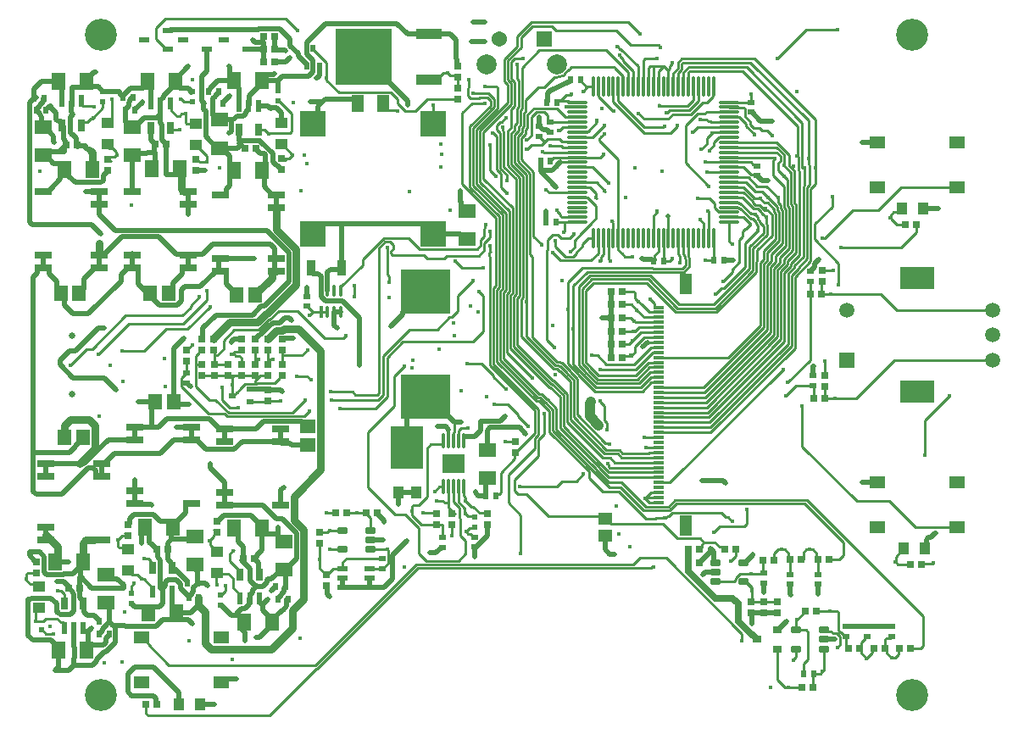
<source format=gtl>
G04*
G04 #@! TF.GenerationSoftware,Altium Limited,Altium Designer,22.1.2 (22)*
G04*
G04 Layer_Physical_Order=1*
G04 Layer_Color=255*
%FSLAX44Y44*%
%MOMM*%
G71*
G04*
G04 #@! TF.SameCoordinates,DF868C21-73AE-4418-8FF8-C31C1020728F*
G04*
G04*
G04 #@! TF.FilePolarity,Positive*
G04*
G01*
G75*
%ADD14C,0.2540*%
%ADD15R,1.0000X0.3000*%
%ADD16R,1.3000X2.0000*%
%ADD17R,2.5000X2.5000*%
%ADD18R,0.5000X0.8000*%
%ADD19R,0.8000X0.5000*%
G04:AMPARAMS|DCode=20|XSize=0.6mm|YSize=1mm|CornerRadius=0.051mm|HoleSize=0mm|Usage=FLASHONLY|Rotation=270.000|XOffset=0mm|YOffset=0mm|HoleType=Round|Shape=RoundedRectangle|*
%AMROUNDEDRECTD20*
21,1,0.6000,0.8980,0,0,270.0*
21,1,0.4980,1.0000,0,0,270.0*
1,1,0.1020,-0.4490,-0.2490*
1,1,0.1020,-0.4490,0.2490*
1,1,0.1020,0.4490,0.2490*
1,1,0.1020,0.4490,-0.2490*
%
%ADD20ROUNDEDRECTD20*%
%ADD21R,0.7500X0.6500*%
%ADD22R,5.0000X4.5000*%
%ADD23R,0.5500X1.3000*%
%ADD24R,0.7000X1.3000*%
%ADD25R,0.6500X0.7500*%
%ADD26R,0.6400X0.5400*%
%ADD27R,1.0000X0.5000*%
%ADD28R,0.9000X0.8000*%
%ADD29R,2.1700X1.9400*%
%ADD30O,0.3000X1.6000*%
%ADD31R,0.3750X1.1565*%
G04:AMPARAMS|DCode=32|XSize=1.1565mm|YSize=0.375mm|CornerRadius=0.1875mm|HoleSize=0mm|Usage=FLASHONLY|Rotation=90.000|XOffset=0mm|YOffset=0mm|HoleType=Round|Shape=RoundedRectangle|*
%AMROUNDEDRECTD32*
21,1,1.1565,0.0000,0,0,90.0*
21,1,0.7815,0.3750,0,0,90.0*
1,1,0.3750,0.0000,0.3908*
1,1,0.3750,0.0000,-0.3908*
1,1,0.3750,0.0000,-0.3908*
1,1,0.3750,0.0000,0.3908*
%
%ADD32ROUNDEDRECTD32*%
%ADD33R,1.7000X0.8000*%
%ADD34R,1.0000X0.6000*%
%ADD35R,1.5562X1.4546*%
%ADD36R,1.3500X1.8000*%
%ADD37R,1.4546X1.5562*%
%ADD38R,0.5400X0.6400*%
%ADD39R,0.9000X1.6500*%
%ADD40R,2.6000X1.0600*%
%ADD41R,5.7000X5.6320*%
%ADD42R,0.5500X0.5000*%
%ADD43R,1.2000X1.1000*%
%ADD44R,1.8000X1.3500*%
%ADD45R,0.6500X0.5500*%
%ADD46R,0.5500X0.6500*%
%ADD47R,1.4000X1.2000*%
%ADD48R,3.2000X4.3500*%
%ADD49R,1.1000X1.1500*%
%ADD50R,1.1000X1.2000*%
%ADD51R,1.1544X1.7062*%
%ADD52O,0.3000X2.1000*%
%ADD53O,2.1000X0.3000*%
%ADD54R,1.5500X1.3000*%
%ADD95C,0.6500*%
%ADD99R,1.5400X1.5400*%
%ADD100C,1.5400*%
%ADD101C,2.0000*%
%ADD104C,0.5000*%
%ADD106C,0.5080*%
%ADD107C,0.6350*%
%ADD108C,0.7620*%
%ADD109C,0.3048*%
%ADD110C,1.0000*%
%ADD111R,3.5000X2.3000*%
%ADD112R,1.5000X1.5000*%
%ADD113C,1.5000*%
%ADD114C,3.2000*%
%ADD115C,0.4500*%
%ADD116C,0.4000*%
D14*
X534011Y647009D02*
G03*
X547042Y654556I1039J13229D01*
G01*
X663500Y561586D02*
X686999Y538087D01*
X663500Y599062D02*
X675855Y611416D01*
X663500Y561586D02*
Y599062D01*
X783990Y695000D02*
X815000D01*
X755000Y666010D02*
X783990Y695000D01*
X644250Y167000D02*
X720000Y91250D01*
Y84000D02*
Y91250D01*
X618000Y167000D02*
X644250D01*
X728947Y123738D02*
X728953Y123744D01*
X741994D01*
X742000Y123750D01*
X755550D01*
X728947Y123738D02*
X729664D01*
X729676Y123750D01*
Y134000D01*
X611740Y160740D02*
X618000Y167000D01*
X394740Y160740D02*
X611740D01*
X629612Y157864D02*
X630998D01*
X631373Y158239D01*
X629048Y157300D02*
X629612Y157864D01*
X396165Y157300D02*
X629048D01*
X126688Y10000D02*
X247750D01*
X294310Y56560D01*
X295425D02*
X396165Y157300D01*
X294310Y56560D02*
X295425D01*
X692781Y182719D02*
X697446Y178054D01*
X681969Y182719D02*
X692781D01*
X678065Y186623D02*
X681969Y182719D01*
X677499Y186960D02*
X677753Y186935D01*
X654981Y186960D02*
X677499D01*
X679637Y180387D02*
X681789Y182539D01*
X681789Y182539D01*
X677753Y186935D02*
X677886Y186802D01*
X677657Y175799D02*
X679637Y177779D01*
Y180387D01*
X702500Y175799D02*
Y176074D01*
X700520Y178054D02*
X702500Y176074D01*
X697446Y178054D02*
X700520D01*
X201000Y324723D02*
X208315Y317408D01*
X201000Y324723D02*
Y337500D01*
X751703Y165239D02*
Y171703D01*
X755750Y175750D02*
X759500D01*
X751703Y171703D02*
X755750Y175750D01*
X759500D02*
X759779Y175471D01*
X762637D01*
X766284Y171824D01*
Y167616D02*
Y171824D01*
Y167616D02*
X768264Y165636D01*
X756307Y554443D02*
X762000Y548750D01*
Y548355D02*
X765650Y544705D01*
X756307Y554443D02*
Y561680D01*
X762000Y548355D02*
Y548750D01*
X765650Y518802D02*
Y544705D01*
X744657Y538593D02*
X756279Y526971D01*
X735346Y538593D02*
X744657D01*
X756279Y521713D02*
Y526971D01*
Y521713D02*
X758770Y519222D01*
Y515952D02*
Y519222D01*
X721730Y537406D02*
X732607Y526529D01*
X737721D01*
X742535Y521715D02*
X745836D01*
X737721Y526529D02*
X742535Y521715D01*
X745836D02*
X751890Y515661D01*
X124759Y11929D02*
X126688Y10000D01*
X188529Y180409D02*
X195438Y173500D01*
X188250Y184500D02*
X188529Y184221D01*
X194668Y192230D02*
Y193150D01*
X192358Y189920D02*
X194668Y192230D01*
X192358Y188608D02*
Y189920D01*
X188529Y180409D02*
Y184221D01*
X195438Y173500D02*
X195938D01*
X188250Y184500D02*
X192358Y188608D01*
X247625Y591375D02*
X268762D01*
X270250Y592863D02*
Y610728D01*
X257139Y623840D02*
X270250Y610728D01*
X268762Y591375D02*
X270250Y592863D01*
X247250Y591000D02*
X247625Y591375D01*
X236714Y594927D02*
X243323D01*
X247250Y591000D01*
X174562Y579500D02*
X185500Y568562D01*
Y563000D02*
Y568562D01*
X176042Y563520D02*
X177510D01*
X174062Y565500D02*
X176042Y563520D01*
X177510D02*
X178030Y563000D01*
X185500D01*
X36604Y134473D02*
X36979Y134098D01*
X42929Y121500D02*
Y131296D01*
X36979Y134098D02*
X40127D01*
X42929Y131296D01*
X5529Y146529D02*
Y151012D01*
X7017Y152500D02*
X15000D01*
X5529Y151012D02*
X7017Y152500D01*
X5250Y146250D02*
X5529Y146529D01*
X9137Y141061D02*
X14898D01*
X5529Y144669D02*
X9137Y141061D01*
X14898D02*
X17459Y138500D01*
X5529Y144669D02*
Y145971D01*
X5250Y146250D02*
X5529Y145971D01*
X784000Y175500D02*
X787500D01*
X781261Y172761D02*
X784000Y175500D01*
X781261Y165664D02*
Y172761D01*
X790568Y175432D02*
X794408Y171592D01*
X787500Y175500D02*
X787568Y175432D01*
X790568D01*
X794408Y166989D02*
X795761Y165636D01*
X794408Y166989D02*
Y171592D01*
X795761Y150749D02*
Y166136D01*
X768264Y150749D02*
Y166136D01*
X864187Y87262D02*
X867959D01*
X862699Y76746D02*
Y85774D01*
X864187Y87262D01*
X867959D02*
X869177Y88480D01*
X862699Y76746D02*
X864679Y74766D01*
Y72071D02*
X869500Y67250D01*
X864679Y72071D02*
Y74766D01*
X876173Y75767D02*
X877152Y76746D01*
X869500Y67250D02*
X872750D01*
X876173Y70673D02*
Y75767D01*
X872750Y67250D02*
X876173Y70673D01*
X210500Y339750D02*
X210689Y339939D01*
Y347665D01*
X210500Y329504D02*
Y339750D01*
Y329504D02*
X210689Y329316D01*
X442107Y231889D02*
X442169Y231826D01*
Y229283D02*
Y231826D01*
Y229283D02*
X443783Y227670D01*
Y224928D02*
Y227670D01*
X442019Y238802D02*
X442107Y238714D01*
Y231889D02*
Y238714D01*
X443500Y224645D02*
X443783Y224928D01*
X458055Y212006D02*
X464610D01*
X443500Y224250D02*
X449275Y218475D01*
X443500Y224250D02*
Y224645D01*
X464610Y212006D02*
X465615Y211000D01*
X437019Y222854D02*
Y239375D01*
X451586Y218475D02*
X458055Y212006D01*
X432019Y222989D02*
X437750Y217258D01*
X437019Y222854D02*
X443041Y216832D01*
X437750Y207348D02*
Y217258D01*
X449275Y218475D02*
X451586D01*
X432019Y222989D02*
Y238802D01*
X443041Y212029D02*
Y216832D01*
X443320Y211750D02*
X443715D01*
X443041Y212029D02*
X443320Y211750D01*
X366515Y161994D02*
Y174840D01*
X348750Y175750D02*
X364605D01*
X365105Y176250D02*
X365500D01*
Y175855D02*
X366515Y174840D01*
X364605Y175750D02*
X365105Y176250D01*
X365500Y175855D02*
Y176250D01*
X844424Y88480D02*
X844924D01*
X842994Y87050D02*
X844424Y88480D01*
X836000Y76746D02*
X836527D01*
X839007Y74266D01*
Y72493D02*
Y74266D01*
X836282Y76746D02*
X838762Y79226D01*
X836000Y76746D02*
X836282D01*
X842994Y86550D02*
Y87050D01*
X838762Y82318D02*
X842994Y86550D01*
X838762Y79226D02*
Y82318D01*
X839007Y72493D02*
X844500Y67000D01*
X839007Y72493D02*
Y74766D01*
X844924Y67424D02*
X849719Y72219D01*
Y74766D02*
X851699Y76746D01*
X849719Y72219D02*
Y74766D01*
X837027Y76746D02*
X839007Y74766D01*
X298000Y165500D02*
Y182000D01*
Y157150D02*
Y165500D01*
X504780Y387998D02*
Y423000D01*
X499210Y388703D02*
X532093Y355820D01*
X495770Y379603D02*
X530693Y344680D01*
X485670Y559216D02*
X497900Y546986D01*
X482230Y557791D02*
X494460Y545561D01*
X492330Y378178D02*
X529268Y341240D01*
X488890Y376753D02*
X527843Y337800D01*
X485450Y372050D02*
X510538Y346962D01*
X458425Y542506D02*
X487580Y513351D01*
X482010Y366016D02*
X517316Y330710D01*
X454985Y540562D02*
X484140Y511408D01*
X448105Y537713D02*
X477260Y508558D01*
X440621Y540332D02*
X473820Y507133D01*
X499210Y388703D02*
Y425307D01*
X495770Y379603D02*
Y426732D01*
X475130Y363166D02*
X514466Y323830D01*
X478570Y364591D02*
Y433857D01*
X475130Y363166D02*
Y435281D01*
X508220Y470342D02*
Y551260D01*
X478570Y364591D02*
X515891Y327270D01*
X508220Y470342D02*
X510350Y468212D01*
X467777Y468726D02*
X468250Y468253D01*
X510350Y387293D02*
Y468212D01*
X478570Y433857D02*
X480700Y435987D01*
X477260Y437411D02*
Y508558D01*
X482010Y432432D02*
X484140Y434562D01*
X488890Y376753D02*
Y429582D01*
X491020Y431712D02*
Y516911D01*
X485450Y431007D02*
X487580Y433137D01*
X482010Y366016D02*
Y432432D01*
X487580Y433137D02*
Y513351D01*
X484140Y434562D02*
Y511408D01*
X488890Y429582D02*
X491020Y431712D01*
X492330Y428157D02*
X494460Y430287D01*
X468250Y359291D02*
X513240Y314300D01*
X494460Y430287D02*
Y545561D01*
X451545Y539137D02*
X480700Y509983D01*
Y435987D02*
Y509983D01*
X471690Y360715D02*
Y436706D01*
X461865Y546065D02*
X491020Y516911D01*
X499210Y425307D02*
X501340Y427437D01*
X475130Y435281D02*
X477260Y437411D01*
X492330Y378178D02*
Y428157D01*
X497900Y428862D02*
Y546986D01*
X468250Y359291D02*
Y468253D01*
X495770Y426732D02*
X497900Y428862D01*
X471690Y436706D02*
X473820Y438836D01*
X501340Y427437D02*
Y548410D01*
X489110Y560640D02*
X501340Y548410D01*
X485450Y372050D02*
Y431007D01*
X510350Y387293D02*
X534943Y362700D01*
X473820Y438836D02*
Y507133D01*
X471690Y360715D02*
X516680Y315725D01*
X504780Y423000D02*
Y549835D01*
X545963Y415750D02*
Y442243D01*
Y361259D02*
Y415750D01*
X551533Y396250D02*
Y439313D01*
Y360553D02*
Y396250D01*
X545963Y442243D02*
X560233Y456512D01*
X560543Y392518D02*
Y436166D01*
X557069Y359883D02*
X563239Y353712D01*
X557069Y359883D02*
Y393909D01*
X560509Y392484D02*
X560543Y392518D01*
X563983Y433859D02*
X571629Y441504D01*
X563983Y391093D02*
Y433859D01*
X563949Y362732D02*
Y391059D01*
X557069Y393909D02*
X557103Y393943D01*
Y438474D02*
X568262Y449632D01*
X545963Y361259D02*
X556359Y350863D01*
X557103Y393943D02*
Y438474D01*
X563949Y362732D02*
X570119Y356562D01*
X560509Y361307D02*
Y392484D01*
Y361307D02*
X566679Y355137D01*
X560543Y436166D02*
X569945Y445568D01*
X563949Y391059D02*
X563983Y391093D01*
X758990Y385761D02*
Y453487D01*
X745230Y394990D02*
Y459186D01*
X734488Y463039D02*
X735112Y463663D01*
X758990Y453487D02*
X765714Y460211D01*
X745230Y459186D02*
X749458Y463415D01*
X734488Y452711D02*
Y463039D01*
X762430Y383454D02*
Y452062D01*
X748670Y392683D02*
Y457761D01*
X686476Y307500D02*
X762430Y383454D01*
X683487Y327500D02*
X748670Y392683D01*
X765870Y381146D02*
Y450637D01*
X752110Y390376D02*
Y456337D01*
X738350Y399605D02*
Y462036D01*
X765870Y450637D02*
X772620Y457387D01*
X752110Y456337D02*
X757586Y461813D01*
X738350Y462036D02*
X741330Y465016D01*
X776060Y455962D02*
Y456844D01*
X741790Y397298D02*
Y460611D01*
X769310Y378839D02*
Y449212D01*
X755550Y388069D02*
Y454912D01*
X761650Y461012D02*
Y465424D01*
X745394Y464216D02*
Y472158D01*
X681992Y337500D02*
X741790Y397298D01*
X694262Y412486D02*
X734488Y452711D01*
X682740Y332500D02*
X745230Y394990D01*
X755550Y454912D02*
X761650Y461012D01*
X769180Y458812D02*
Y461459D01*
X762430Y452062D02*
X769180Y458812D01*
X688718Y292500D02*
X772750Y376532D01*
X684234Y322500D02*
X752110Y390376D01*
X706245Y367500D02*
X738350Y399605D01*
X772750Y447787D02*
X788514Y463551D01*
X753522Y462614D02*
Y468791D01*
X687971Y297500D02*
X769310Y378839D01*
X735112Y463663D02*
Y474388D01*
X687224Y302500D02*
X765870Y381146D01*
X685729Y312500D02*
X758990Y385761D01*
X741790Y460611D02*
X745394Y464216D01*
X772750Y376532D02*
Y447787D01*
X748670Y457761D02*
X753522Y462614D01*
X769310Y449212D02*
X776060Y455962D01*
X684981Y317500D02*
X755550Y388069D01*
X653821Y412486D02*
X694262D01*
X749458Y463415D02*
Y470474D01*
X772620Y457387D02*
Y459152D01*
X765714Y460211D02*
Y463741D01*
X741330Y465016D02*
Y473841D01*
X757586Y461813D02*
Y467108D01*
X741330Y473841D02*
X753510Y486021D01*
X753522Y468791D02*
X763830Y479099D01*
X757586Y467108D02*
X767270Y476791D01*
X776060Y456844D02*
X785074Y465858D01*
X761650Y465424D02*
X770710Y474484D01*
X749458Y470474D02*
X760390Y481406D01*
X765714Y463741D02*
X774150Y472176D01*
X772620Y459152D02*
X781570Y468102D01*
X769180Y461459D02*
X777590Y469869D01*
X745394Y472158D02*
X756950Y483713D01*
X735112Y474388D02*
X750070Y489346D01*
X739070Y512333D02*
X740828Y510575D01*
X762210Y517377D02*
Y538288D01*
X774150Y472176D02*
Y520031D01*
X753510Y486021D02*
Y511482D01*
X755330Y514527D02*
Y517797D01*
X767270Y476791D02*
Y517182D01*
X751890Y513102D02*
Y515661D01*
X744072Y500670D02*
X745010Y499732D01*
X744221Y507471D02*
X744500Y507750D01*
X769090Y520227D02*
X770710Y518606D01*
X744105Y507750D02*
X744500D01*
X777590Y469869D02*
Y553373D01*
X776564Y554399D02*
Y567936D01*
X744072Y500670D02*
Y501996D01*
X760390Y481406D02*
Y514332D01*
X750070Y489346D02*
Y510057D01*
X763830Y479099D02*
Y515757D01*
X772530Y521651D02*
Y553585D01*
X739070Y512333D02*
Y512807D01*
X741280Y510575D02*
X744105Y507750D01*
X756950Y483713D02*
Y512907D01*
X765650Y518802D02*
X767270Y517182D01*
X751890Y513102D02*
X753510Y511482D01*
X772530Y521651D02*
X774150Y520031D01*
X744221Y502145D02*
Y507471D01*
X744072Y501996D02*
X744221Y502145D01*
X769090Y520227D02*
Y552160D01*
X758770Y515952D02*
X760390Y514332D01*
X745320Y514808D02*
X750070Y510057D01*
X755330Y514527D02*
X756950Y512907D01*
X762210Y517377D02*
X763830Y515757D01*
X740828Y510575D02*
X741280D01*
X770710Y474484D02*
Y518606D01*
X742192Y514808D02*
X745320D01*
X776564Y554399D02*
X777590Y553373D01*
X751250Y549248D02*
X762210Y538288D01*
X761877Y559373D02*
X769090Y552160D01*
X769488Y556627D02*
X772530Y553585D01*
X735788Y516090D02*
X739070Y512807D01*
X745843Y527285D02*
X755330Y517797D01*
X745010Y490034D02*
Y499732D01*
X727608Y477723D02*
X741570Y491685D01*
X735721Y494279D02*
Y499292D01*
X731048Y476072D02*
X745010Y490034D01*
X741570Y491685D02*
Y498307D01*
X722920Y481162D02*
X735758Y494000D01*
X734070Y500942D02*
Y502324D01*
X737510Y502367D02*
X741570Y498307D01*
X734070Y500942D02*
X735721Y499292D01*
Y494279D02*
X736000Y494000D01*
X728867Y505672D02*
X730451D01*
X707508Y507318D02*
X721199D01*
X735630Y505629D02*
Y507975D01*
X721199Y507318D02*
X727938Y500579D01*
X723221Y496231D02*
X724148D01*
X735630Y505629D02*
X737510Y503749D01*
X731193Y504930D02*
X731464D01*
X724148Y496231D02*
X728020Y500102D01*
X707420Y507406D02*
X707508Y507318D01*
X727740Y500250D02*
X727938Y500448D01*
X718093Y516446D02*
X728867Y505672D01*
X728020Y500102D02*
X728415D01*
X727938Y500448D02*
Y500579D01*
X730451Y505672D02*
X731193Y504930D01*
X737510Y502367D02*
Y503749D01*
X731464Y504930D02*
X734070Y502324D01*
X720654Y493664D02*
X723221Y496231D01*
X720654Y488237D02*
Y493664D01*
X717480Y485063D02*
X720654Y488237D01*
X740034Y533093D02*
X745843Y527285D01*
X733221Y510384D02*
X735630Y507975D01*
X733221Y510384D02*
Y510779D01*
X737470Y519530D02*
X742192Y514808D01*
X742192D02*
X743529Y516145D01*
X718093Y521446D02*
X728760Y510779D01*
X731847Y516090D02*
X735788D01*
X728760Y510779D02*
X733221D01*
X720619Y527318D02*
X731847Y516090D01*
X733272Y519530D02*
X737470D01*
X732967Y533093D02*
X740034D01*
X726533Y547406D02*
X735346Y538593D01*
X723653Y542406D02*
X732967Y533093D01*
X707420Y542406D02*
X723653D01*
X733989Y549529D02*
X734989D01*
X733182Y550336D02*
X733989Y549529D01*
X728782Y550336D02*
X733182D01*
X707420Y547406D02*
X726533D01*
X721712Y557406D02*
X728782Y550336D01*
X716544Y522406D02*
X717504Y521446D01*
X718093D01*
X707420Y522406D02*
X716544D01*
X727608Y456444D02*
Y477723D01*
X707508Y527318D02*
X720619D01*
X730646Y522156D02*
X733272Y519530D01*
X716544Y517406D02*
X717505Y516446D01*
X730646Y522156D02*
Y523490D01*
X691778Y420614D02*
X727608Y456444D01*
X691778Y420614D02*
Y420614D01*
X707420Y517406D02*
X716544D01*
X717505Y516446D02*
X718093D01*
X707420Y537406D02*
X721730D01*
Y532406D02*
X730646Y523490D01*
X707420Y527406D02*
X707508Y527318D01*
X707420Y532406D02*
X721730D01*
X609250Y369250D02*
X613138Y373138D01*
X601270Y368382D02*
Y368511D01*
X601980Y369221D01*
X608721D01*
X609000Y369500D01*
X600000Y367112D02*
X601270Y368382D01*
X613138Y373138D02*
Y378166D01*
X610288Y383962D02*
X618826Y392500D01*
X607060Y380734D02*
X610288Y383962D01*
X611250Y393612D02*
X613111D01*
X600000D02*
X611250D01*
X561420Y633342D02*
X562962Y634885D01*
Y635415D01*
X446329Y209136D02*
X451833D01*
X443715Y211750D02*
X446329Y209136D01*
X451833D02*
X452639Y208330D01*
X612375Y403625D02*
X613500Y402500D01*
X608788Y407212D02*
X612375Y403625D01*
X614723Y414973D02*
X622197Y407500D01*
X609497Y420199D02*
X614723Y414973D01*
X616529Y423279D02*
X619703Y420104D01*
X613384Y426423D02*
X616529Y423279D01*
X873479Y162750D02*
X875468Y160761D01*
X873250Y162750D02*
X873479D01*
X875468Y160761D02*
X887870D01*
X873529Y168486D02*
X881630Y176586D01*
Y177086D01*
X873250Y162750D02*
X873529Y163029D01*
Y168486D01*
X876258Y512758D02*
X879500Y516000D01*
X871678Y512758D02*
X876258D01*
X868529Y509609D02*
X871678Y512758D01*
X868529Y507529D02*
Y509609D01*
X868250Y507250D02*
X868529Y507529D01*
Y505721D02*
Y506971D01*
X868250Y507250D02*
X868529Y506971D01*
Y505721D02*
X874418Y499832D01*
X883000D01*
X390558Y214279D02*
Y218701D01*
X392046Y220189D02*
X396850D01*
X390558Y218701D02*
X392046Y220189D01*
X390279Y209714D02*
Y214000D01*
Y209714D02*
X399710Y200282D01*
X390279Y214000D02*
X390558Y214279D01*
X443750Y193750D02*
X444320D01*
X451409Y196940D02*
X452639Y198170D01*
X444320Y193750D02*
X446632Y191438D01*
X448943D01*
X452389Y187992D01*
X444715Y193750D02*
X447905Y196940D01*
X451409D01*
X443750Y193750D02*
X444715D01*
X452639Y198170D02*
X452889D01*
X437750Y207348D02*
X438750Y206348D01*
Y189390D02*
X444099Y184041D01*
X438750Y189390D02*
Y206348D01*
X452389Y187992D02*
X452889D01*
X256889Y623840D02*
X257139D01*
X270471Y570029D02*
Y570671D01*
X260715Y580427D02*
X270471Y570671D01*
Y570029D02*
X270750Y569750D01*
X267588Y566427D02*
X270750Y569589D01*
Y569750D01*
X261485Y566427D02*
X267588D01*
X260215D02*
X261485D01*
X260215Y580427D02*
X261485Y579157D01*
Y566277D02*
Y566427D01*
X260215Y580427D02*
X260715D01*
X165488Y600500D02*
X174062D01*
X164000Y601988D02*
Y611250D01*
Y601988D02*
X165488Y600500D01*
X160380Y611250D02*
X164000D01*
X157960Y608830D02*
X160380Y611250D01*
X155420Y608830D02*
X157960D01*
X150276Y613974D02*
X155420Y608830D01*
X174062Y579500D02*
X174562D01*
X91323Y576460D02*
X95221Y572562D01*
X87250Y576460D02*
X91323D01*
X95105Y569500D02*
X95500D01*
X87092Y565656D02*
X89072Y567636D01*
X86865Y576845D02*
X87250Y576460D01*
X95221Y569779D02*
Y572562D01*
X89072Y567636D02*
X93241D01*
X95105Y569500D01*
X95221Y569779D02*
X95500Y569500D01*
X86332Y565506D02*
Y565656D01*
Y565506D02*
X88162Y563676D01*
X86592Y565656D02*
X87092D01*
X120529Y145971D02*
X122565D01*
X116069Y150285D02*
X120104Y146250D01*
X120250D01*
X120529Y145971D01*
X106938Y154515D02*
X111168Y150285D01*
X116069D01*
X122565Y145971D02*
X131635Y136900D01*
Y133150D02*
Y136900D01*
X375220Y613500D02*
X375750D01*
X366214Y614079D02*
X374641D01*
X375220Y613500D01*
X376230Y620897D02*
Y625080D01*
X381320Y615803D02*
X383443Y613680D01*
X361712Y618581D02*
X366214Y614079D01*
X383443Y613680D02*
X393332D01*
X376230Y620897D02*
X381320Y615807D01*
Y615803D02*
Y615807D01*
X361712Y618581D02*
Y621340D01*
X368900Y632411D02*
X376230Y625080D01*
X393332Y613680D02*
X405302Y625649D01*
X436161D01*
X329370Y632411D02*
X368900D01*
X60020Y600362D02*
X62250Y602592D01*
X65842D01*
X60020Y596770D02*
Y600362D01*
X65842Y602592D02*
X69375Y606125D01*
X71375D01*
X72000Y606750D01*
X71750Y606617D02*
X81736Y616603D01*
X71750Y606500D02*
Y606617D01*
X81736Y616603D02*
Y622913D01*
X751250Y549248D02*
Y564105D01*
X753007Y565862D01*
Y566257D01*
X751463Y567406D02*
X752612Y566257D01*
X707420Y567406D02*
X751463D01*
X752612Y566257D02*
X753007D01*
X761877Y559373D02*
X762017Y559513D01*
X756307Y561680D02*
X758577Y563950D01*
X707420Y577406D02*
X754600D01*
X767447Y558668D02*
X769488Y556627D01*
X754735Y572406D02*
X758577Y568564D01*
X707420Y582406D02*
X754465D01*
X767447Y569424D01*
X761877Y559373D02*
Y559373D01*
X762017Y559513D02*
Y569989D01*
X707420Y572406D02*
X754735D01*
X754600Y577406D02*
X762017Y569989D01*
X767447Y558668D02*
Y569424D01*
X758577Y563950D02*
Y568564D01*
X785074Y537013D02*
X787704Y539643D01*
X793250Y540325D02*
Y556477D01*
Y556500D02*
Y604777D01*
X782134Y538938D02*
Y556706D01*
X787704Y539643D02*
Y559013D01*
X781509Y538313D02*
X782134Y538938D01*
X769488Y556627D02*
X770994Y558134D01*
X776000Y568500D02*
X776564Y567936D01*
X786250Y566000D02*
Y603900D01*
X786527Y560190D02*
X787704Y559013D01*
X781509Y512289D02*
Y538313D01*
X786250Y566000D02*
X786527Y565723D01*
X793250Y556477D02*
X793273Y556500D01*
X786527Y560190D02*
Y565723D01*
X781116Y511897D02*
X781509Y512289D01*
X780250Y556706D02*
Y602023D01*
X781116Y511897D02*
X781570Y511443D01*
X732175Y665852D02*
X793250Y604777D01*
X788514Y535588D02*
X793250Y540325D01*
X774680Y568500D02*
X776000D01*
X724548Y657724D02*
X780250Y602023D01*
X728362Y661788D02*
X786250Y603900D01*
X776000Y568500D02*
Y598396D01*
X720735Y653660D02*
X776000Y598396D01*
X785074Y465858D02*
Y537013D01*
X788514Y463551D02*
Y535588D01*
X781570Y468102D02*
Y511443D01*
X667908Y653660D02*
X720735D01*
X660011Y665852D02*
X732175D01*
X667037Y657724D02*
X724548D01*
X800323Y53677D02*
X801470Y54824D01*
X798238Y51592D02*
X800323Y53677D01*
X344130Y212370D02*
X344260Y212240D01*
X335130Y212370D02*
X344130D01*
X325500Y212500D02*
X325500Y212500D01*
X335000D01*
X335130Y212370D01*
X298000Y157150D02*
X304380Y150770D01*
X306105Y193000D02*
X307605Y194500D01*
X308125Y194625D02*
X321125D01*
X308000Y194500D02*
X308125Y194625D01*
X298000Y193000D02*
X306105D01*
X307605Y194500D02*
X308000D01*
X321125Y194625D02*
X321250Y194750D01*
X304380Y150770D02*
X304880D01*
X775117Y105633D02*
X783070Y113586D01*
X773970Y104486D02*
X775117Y105633D01*
X808000Y114086D02*
X815039D01*
X794070D02*
X808000D01*
X809000Y430700D02*
X858800D01*
X799014D02*
X809000D01*
X812750Y326344D02*
X833842D01*
X803014D02*
X812750D01*
X729250Y151320D02*
X735557D01*
X717776D02*
X729250D01*
X729676Y134000D02*
Y137574D01*
X723750Y143000D02*
Y143625D01*
X729221Y134279D02*
X729500Y134000D01*
X729221Y134279D02*
Y137529D01*
X723750Y143000D02*
X729221Y137529D01*
X723750Y143500D02*
X729676Y137574D01*
X721250Y143500D02*
X723750D01*
X721250Y143500D02*
X721250Y143500D01*
X712222Y143500D02*
X713710Y144988D01*
Y147253D01*
X693750Y143500D02*
X712222D01*
X713710Y147253D02*
X717776Y151320D01*
X735557D02*
X736004Y150873D01*
X740149D01*
X741526Y152250D01*
X763054Y37594D02*
X766000D01*
X780199D01*
X96250Y179286D02*
X97738Y177798D01*
X104656D02*
X106938Y175515D01*
X97738Y177798D02*
X104656D01*
X96250Y179286D02*
Y185000D01*
X100765Y189515D02*
X106938D01*
X96250Y185000D02*
X100765Y189515D01*
X105668D02*
Y189665D01*
X425750Y651750D02*
X426145D01*
X428601Y649294D01*
X421885Y651471D02*
X425471D01*
X407354Y644640D02*
X415054D01*
X428601Y649294D02*
X434294D01*
X436161Y647427D01*
X415054Y644640D02*
X421885Y651471D01*
X425471D02*
X425750Y651750D01*
X60020Y619721D02*
X61500Y618241D01*
X71229D02*
X71970Y617500D01*
X60020Y619721D02*
Y620706D01*
X61500Y618241D02*
X71229D01*
X71970Y617500D02*
X72500D01*
X14250Y104000D02*
Y114291D01*
X17459Y117500D01*
X24573Y106500D02*
X35880D01*
X39650Y102730D01*
X14250Y104000D02*
X22073D01*
X24573Y106500D01*
X209079Y349275D02*
X210689Y347665D01*
X209079Y349275D02*
X212299D01*
X206689Y349275D02*
X209079D01*
X204582Y347668D02*
X208081D01*
X180433Y349275D02*
X202975D01*
X206689D01*
X202975D02*
X204582Y347668D01*
X206689Y349275D02*
Y349275D01*
X305037Y646979D02*
Y661673D01*
Y644065D02*
Y646979D01*
X305057Y646999D01*
X150276Y613974D02*
Y619307D01*
X148796Y620787D02*
X150276Y619307D01*
X159500Y625500D02*
X160030D01*
X162617Y622913D01*
X170736D01*
X815250Y77780D02*
X818070Y80600D01*
Y88307D01*
X815250Y77250D02*
Y77780D01*
X24622Y91500D02*
X32500D01*
X21035Y95087D02*
X24622Y91500D01*
X20785Y95087D02*
X21035D01*
X647972Y464002D02*
X649970Y466000D01*
X650500D01*
X641668Y464002D02*
X647972D01*
X90680Y605778D02*
Y625070D01*
X90500Y625250D02*
X90680Y625070D01*
X211462Y146786D02*
Y146786D01*
X197208Y151230D02*
X207019D01*
X195000Y140895D02*
Y151562D01*
Y140895D02*
X195500Y140395D01*
Y140000D02*
Y140395D01*
X207019Y151230D02*
X211462Y146786D01*
X195938Y152500D02*
X197208Y151230D01*
X195000Y151562D02*
X195938Y152500D01*
X207278Y311838D02*
X238503D01*
X174863Y338010D02*
X187949Y324924D01*
X194192D02*
X207278Y311838D01*
X174143Y344973D02*
X174863Y344253D01*
X187949Y324924D02*
X194192D01*
X174863Y338010D02*
Y344253D01*
X174143Y344973D02*
Y360275D01*
X292940Y673770D02*
X305037Y661673D01*
X595500Y677750D02*
X596030D01*
X598022Y675758D01*
X598829D01*
X616420Y658167D01*
X161169Y409102D02*
X169397Y417330D01*
Y419147D01*
X178000Y427750D01*
X471529Y591263D02*
X474887Y587905D01*
X479790Y602820D02*
X483720Y606750D01*
X478443Y602820D02*
X479790D01*
X470998Y591263D02*
X471529D01*
X475180Y594943D02*
X478790Y591333D01*
X474887Y587905D02*
X475350D01*
X481125Y594210D02*
X482230Y593105D01*
X481125Y594210D02*
Y596875D01*
X475180Y594943D02*
Y599557D01*
X480750Y597250D02*
X481125Y596875D01*
X482230Y557791D02*
Y593105D01*
X483720Y606750D02*
X484250D01*
X475180Y599557D02*
X478443Y602820D01*
X478790Y556366D02*
Y591333D01*
X475350Y554941D02*
Y587905D01*
X489777Y597399D02*
Y600581D01*
X489820Y615415D02*
X493218Y618812D01*
X489777Y600581D02*
X489820Y600624D01*
Y615415D01*
X331156Y333000D02*
X334049Y330107D01*
X308750Y333000D02*
X331156D01*
X334049Y330107D02*
X355924D01*
X633015Y417500D02*
X636500D01*
X632785Y417730D02*
Y421465D01*
Y417730D02*
X633015Y417500D01*
X628500Y425750D02*
X632785Y421465D01*
X631051Y456480D02*
X660507D01*
X661420Y470596D02*
X662980Y469035D01*
X667210Y458318D02*
Y467000D01*
X661932Y453040D02*
X667210Y458318D01*
X551533Y439313D02*
X565292Y453072D01*
X661420Y470596D02*
Y486406D01*
X656420Y470731D02*
X658200Y468951D01*
X663770Y459743D02*
Y465575D01*
X662980Y466365D02*
Y469035D01*
X660507Y456480D02*
X663770Y459743D01*
X666420Y467790D02*
X667210Y467000D01*
X629626Y453040D02*
X661932D01*
X662980Y466365D02*
X663770Y465575D01*
X658200Y462050D02*
Y468951D01*
X666420Y467790D02*
Y486406D01*
X565292Y453072D02*
X629594D01*
X629626Y453040D01*
X631019Y456512D02*
X631051Y456480D01*
X560233Y456512D02*
X631019D01*
X641420Y463754D02*
X641668Y464002D01*
X462441Y488139D02*
Y495568D01*
X463375Y496502D01*
Y499875D02*
X463750Y500250D01*
X463375Y496502D02*
Y499875D01*
X492550Y562065D02*
X504780Y549835D01*
X495990Y563490D02*
X508220Y551260D01*
X504780Y387998D02*
X533518Y359260D01*
X511660Y488640D02*
X519930Y480370D01*
X462520Y481330D02*
X468250Y487060D01*
X499430Y564915D02*
X511660Y552685D01*
Y488640D02*
Y552685D01*
X468250Y487060D02*
Y493500D01*
X458897Y484596D02*
X462441Y488139D01*
X496031Y308969D02*
X506500Y298500D01*
X496031Y308969D02*
Y310469D01*
X485938Y320562D02*
X496031Y310469D01*
X439217Y296750D02*
X446000D01*
X437019Y294552D02*
X439217Y296750D01*
X505000Y575461D02*
X505308D01*
X519614Y579592D02*
X523370Y583348D01*
X521280Y573000D02*
X521874Y572406D01*
X555420D01*
X509439Y579592D02*
X519614D01*
X520750Y573000D02*
X521280D01*
X505308Y575461D02*
X509439Y579592D01*
X717480Y462603D02*
Y485063D01*
X710000Y455123D02*
X717480Y462603D01*
X710000Y452436D02*
Y455123D01*
X800433Y454102D02*
X800632Y454301D01*
X810551D01*
X810750Y454500D01*
X818868Y92919D02*
X823340Y88448D01*
X818323Y92919D02*
X818868D01*
X816527Y94715D02*
X818323Y92919D01*
X810746Y91606D02*
X814771D01*
X818070Y88307D01*
X816527Y94715D02*
Y112598D01*
X823340Y88448D02*
X823840D01*
X294000Y60000D02*
X394740Y160740D01*
X437062Y164180D02*
X444099Y171217D01*
X397477D02*
X404515Y164180D01*
X437062D01*
X86593Y601690D02*
X90680Y605778D01*
X537250Y594500D02*
X537780D01*
X540686Y597406D02*
X555420D01*
X537780Y594500D02*
X540686Y597406D01*
X430233Y189767D02*
Y199973D01*
Y189767D02*
X430250Y189750D01*
X430217Y199989D02*
X430233Y199973D01*
X305048Y212560D02*
X314441D01*
X314500Y212500D01*
X304989Y212619D02*
X305048Y212560D01*
X318016Y316609D02*
X354307D01*
X310190Y324537D02*
X356487D01*
X691936Y192936D02*
X697607Y198607D01*
X471836Y347664D02*
Y349486D01*
Y347664D02*
X484000Y335500D01*
X460047Y361275D02*
X471836Y349486D01*
X529953Y341240D02*
X541580Y329613D01*
X531378Y344680D02*
X545020Y331038D01*
X529268Y341240D02*
X529953D01*
X527843Y337800D02*
X528529D01*
X538140Y328189D01*
X530693Y344680D02*
X531378D01*
X545020Y303221D02*
Y331038D01*
X538140Y297005D02*
Y328189D01*
X541580Y298430D02*
Y329613D01*
X305380Y150770D02*
X311209Y156600D01*
X320990D01*
X304880Y150770D02*
X305380D01*
X346250Y237500D02*
Y293010D01*
X373450Y210300D02*
X383945D01*
X346250Y237500D02*
X373450Y210300D01*
X708500Y163750D02*
X713500Y168750D01*
Y175799D01*
X432353Y292684D02*
Y302820D01*
X432107Y292438D02*
X432353Y292684D01*
X432107Y283140D02*
Y292438D01*
X432019Y283802D02*
X432107Y283140D01*
X498070Y238363D02*
X535033D01*
X492500Y233914D02*
X495957Y230457D01*
X492500Y233914D02*
Y245000D01*
X516721Y269221D01*
X516680Y289993D02*
Y315725D01*
X599741Y242500D02*
X623781Y218460D01*
X513281Y286594D02*
X516680Y289993D01*
X599410Y267500D02*
X636500D01*
X621474Y215020D02*
X647930D01*
X555340Y310143D02*
Y346337D01*
X538140Y297005D02*
X577473Y257672D01*
X551900Y307836D02*
Y344912D01*
X531260Y294155D02*
X570593Y254822D01*
X633665Y206420D02*
X633988Y206744D01*
X519865Y330710D02*
X525001Y325574D01*
X633988Y206744D02*
X643074D01*
X527820Y292730D02*
X567153Y253397D01*
X527820Y292730D02*
Y313557D01*
X486990Y250062D02*
X513281Y276353D01*
X516721Y285169D02*
X522250Y290698D01*
X581195Y267045D02*
X588382D01*
X587208Y242500D02*
X599741D01*
X551306Y302683D02*
X582879Y271109D01*
X522151Y318694D02*
X522684D01*
X623781Y218460D02*
X646505D01*
X574033Y255675D02*
X587208Y242500D01*
X522250Y290698D02*
Y311250D01*
X525001Y325574D02*
X525533D01*
X534700Y295580D02*
X574033Y256247D01*
X522684Y318694D02*
X527820Y313557D01*
X534700Y295580D02*
Y316407D01*
X518440Y327270D02*
X523576Y322133D01*
X525533Y325574D02*
X534700Y316407D01*
X555340Y310143D02*
X583396Y282087D01*
X582879Y271109D02*
X595801D01*
X624326Y206420D02*
X633665D01*
X517015Y323830D02*
X522151Y318694D01*
X501447Y279625D02*
X513240Y291418D01*
X592839Y262588D02*
X610193D01*
X513240Y291418D02*
Y314300D01*
X524109Y322133D02*
X531260Y314982D01*
X523576Y322133D02*
X524109D01*
X545020Y303221D02*
X547242Y300999D01*
X548950Y352727D02*
X555340Y346337D01*
X551900Y307836D02*
X584562Y275173D01*
X517316Y330710D02*
X519865D01*
X541580Y298430D02*
X580913Y259097D01*
X548460Y305528D02*
X551306Y302683D01*
X547242Y300999D02*
X581195Y267045D01*
X531260Y294155D02*
Y314982D01*
X588382Y267045D02*
X592839Y262588D01*
X548460Y305528D02*
Y343487D01*
X515891Y327270D02*
X518440D01*
X570593Y254250D02*
X587343Y237500D01*
X598994D01*
X621474Y215020D01*
X580814Y233436D02*
X597310D01*
X624326Y206420D01*
X514466Y323830D02*
X517015D01*
X595801Y271109D02*
X599410Y267500D01*
X567153Y247097D02*
Y253397D01*
Y247097D02*
X580814Y233436D01*
X516721Y269221D02*
Y285169D01*
X513281Y276353D02*
Y286594D01*
X545510Y351302D02*
X551900Y344912D01*
X583396Y282087D02*
X587893D01*
X584562Y275173D02*
X597485D01*
X493322Y272000D02*
X493822D01*
X501447Y279625D01*
Y279625D01*
X578550Y323098D02*
Y323629D01*
Y323098D02*
X582481Y319168D01*
Y304648D02*
Y319168D01*
X536732Y359260D02*
X536976Y359016D01*
X538157Y362700D02*
X538401Y362456D01*
X536976Y359016D02*
X538476D01*
X538401Y362456D02*
X539901D01*
X548950Y353407D01*
X538476Y359016D02*
X545510Y351982D01*
X525298Y384798D02*
X532596Y377500D01*
X525298Y384798D02*
Y474587D01*
X532093Y355820D02*
X535307D01*
X537307Y353820D02*
X538807D01*
X534943Y362700D02*
X538157D01*
X535307Y355820D02*
X537307Y353820D01*
X533518Y359260D02*
X536732D01*
X538807Y353820D02*
X542070Y350557D01*
Y349877D02*
X548460Y343487D01*
X573310Y333232D02*
X620341D01*
X574110Y337296D02*
X618658D01*
X551533Y360553D02*
X559799Y352287D01*
X563239Y353032D02*
Y353712D01*
X570119Y355882D02*
Y356562D01*
X559799Y351608D02*
Y352287D01*
X570119Y355882D02*
X576513Y349488D01*
X563239Y353032D02*
X574911Y341360D01*
X575712Y345424D02*
X615291D01*
X556359Y350183D02*
Y350863D01*
X559799Y351608D02*
X574110Y337296D01*
X545510Y351302D02*
Y351982D01*
X556359Y350183D02*
X573310Y333232D01*
X566679Y354457D02*
Y355137D01*
X576513Y349488D02*
X613607D01*
X566679Y354457D02*
X575712Y345424D01*
X574911Y341360D02*
X616974D01*
X542070Y349877D02*
Y350557D01*
X548950Y352727D02*
Y353407D01*
X472164Y320562D02*
X485938D01*
X486990Y222010D02*
Y250062D01*
X493178Y266428D02*
Y271856D01*
X493322Y272000D01*
X478989Y252239D02*
X493178Y266428D01*
X483455Y283000D02*
X493322D01*
X478989Y232762D02*
Y252239D01*
X535033Y238363D02*
X540382Y243712D01*
X554205D01*
X486990Y222010D02*
X499000Y210000D01*
X495957Y230457D02*
X504534D01*
X585233Y294826D02*
Y301896D01*
X582481Y304648D02*
X585233Y301896D01*
X616974Y341360D02*
X628114Y352500D01*
X620341Y333232D02*
X629379Y342270D01*
X618658Y337296D02*
X628862Y347500D01*
X615291Y345424D02*
X627366Y357500D01*
X586414Y258584D02*
X586644Y258355D01*
X586039Y261276D02*
X586414Y260901D01*
X554205Y243712D02*
X561583Y251090D01*
X586414Y258584D02*
Y260901D01*
X574033Y255675D02*
Y256247D01*
X577473Y257100D02*
Y257672D01*
Y257100D02*
X587073Y247500D01*
X570593Y254250D02*
Y254822D01*
X580913Y258525D02*
X586938Y252500D01*
X636500D01*
X587073Y247500D02*
X636500D01*
X580913Y258525D02*
Y259097D01*
X703905Y208141D02*
X705813D01*
X709777Y204177D01*
X699501Y212545D02*
X703905Y208141D01*
X697607Y198607D02*
X722595D01*
X725000Y201012D01*
X709777Y204177D02*
X710307D01*
X650320Y212545D02*
X699501D01*
X499000Y172000D02*
Y210000D01*
X504534Y230457D02*
X526439Y208552D01*
X474365Y229794D02*
X475845Y231274D01*
X477501D02*
X478989Y232762D01*
X474365Y229294D02*
Y229794D01*
X475845Y231274D02*
X477501D01*
X361476Y368967D02*
X387715Y395206D01*
X381176Y382920D02*
X451285D01*
X365540Y327842D02*
Y367284D01*
X381176Y382920D01*
X387715Y395206D02*
X415407D01*
X361476Y329525D02*
Y368967D01*
X468465Y473403D02*
Y478531D01*
X468090Y478906D02*
X468465Y478531D01*
X457019Y469074D02*
Y469075D01*
X462520Y474576D01*
X468465Y473403D02*
X468909Y472959D01*
X462520Y474576D02*
Y481330D01*
X519930Y479839D02*
Y480370D01*
X448105Y537713D02*
Y598048D01*
X451545Y539137D02*
Y596623D01*
X454985Y540562D02*
Y595198D01*
X467777Y468726D02*
Y471826D01*
X468909Y472959D01*
X455354Y475866D02*
X458897Y479410D01*
Y484596D01*
X425074Y469074D02*
X457019D01*
X398065Y475866D02*
X455354D01*
X440554Y456900D02*
X461865D01*
X445519Y361275D02*
X460047D01*
X440621Y612062D02*
X450080Y621522D01*
X440621Y540332D02*
Y612062D01*
X479355Y536990D02*
X485042Y531303D01*
X461865Y546065D02*
Y592348D01*
X458425Y542506D02*
Y593773D01*
X450080Y621522D02*
X463550D01*
X476000Y616189D02*
Y636918D01*
X474512Y638406D02*
X476000Y636918D01*
X463500Y638406D02*
X474512D01*
X451613Y631694D02*
X466438D01*
X472560Y625572D01*
X451419Y631500D02*
X451613Y631694D01*
X472560Y617614D02*
Y625572D01*
X469120Y619062D02*
Y623961D01*
X466350Y606539D02*
X476000Y616189D01*
X448105Y598048D02*
X469120Y619062D01*
X464925Y609979D02*
X472560Y617614D01*
X465990Y627092D02*
X469120Y623961D01*
X495348Y645416D02*
Y660238D01*
X503537Y624372D02*
X516142Y636977D01*
X482897Y643271D02*
X486338Y639831D01*
X495348Y601286D02*
Y616077D01*
X467775Y603099D02*
X486338Y621662D01*
X489777Y646121D02*
X493218Y642681D01*
X469199Y599659D02*
X489777Y620237D01*
X498787Y614652D02*
X500098Y615962D01*
X489777Y646121D02*
Y662545D01*
X502228Y611549D02*
X503537Y612859D01*
X486338Y644696D02*
X489777Y641256D01*
X496657Y617387D02*
Y644106D01*
X495348Y645416D02*
X496657Y644106D01*
X500098Y615962D02*
Y657057D01*
X486338Y663970D02*
X499182Y676815D01*
X495348Y616077D02*
X496657Y617387D01*
X482897Y665395D02*
X495348Y677845D01*
X486338Y644696D02*
Y663970D01*
X502228Y598436D02*
Y611549D01*
X493131Y665899D02*
X501061D01*
X486338Y621662D02*
Y639831D01*
X482897Y643271D02*
Y665395D01*
X498787Y599861D02*
Y614652D01*
X493218Y618812D02*
Y642681D01*
X489777Y620237D02*
Y641256D01*
X503537Y612859D02*
Y624372D01*
X531674Y674287D02*
X584545D01*
X531554Y674168D02*
X531674Y674287D01*
X584545D02*
X606420Y652413D01*
X517208Y674168D02*
X531554D01*
X500098Y657057D02*
X517208Y674168D01*
X509502Y702340D02*
X605920D01*
X617920Y690340D01*
X495348Y688185D02*
X509502Y702340D01*
X499182Y687155D02*
X510372Y698345D01*
X530355D01*
X534362Y694338D02*
X594146D01*
X530355Y698345D02*
X534362Y694338D01*
X594146D02*
X608791Y679693D01*
X495348Y677845D02*
Y688185D01*
X489777Y662545D02*
X493131Y665899D01*
X499182Y676815D02*
Y687155D01*
X544680Y630031D02*
X549578D01*
X549953Y630406D01*
X547042Y654556D02*
X547732Y656012D01*
X531469Y646325D02*
X532211Y647067D01*
X522121Y636977D02*
X531469Y646325D01*
X516142Y636977D02*
X522121D01*
X533283Y647067D02*
X534011Y647009D01*
X532211Y647067D02*
X533283D01*
X536726Y624336D02*
X538986D01*
X535296Y622906D02*
X536726Y624336D01*
X538986D02*
X544680Y630031D01*
X535296Y622406D02*
Y622906D01*
X538986Y623519D02*
X546375D01*
X525500Y474789D02*
Y484489D01*
X525298Y474587D02*
X525500Y474789D01*
Y484489D02*
X530858Y489846D01*
X596508Y474398D02*
X600001Y470906D01*
X600194D02*
X603166Y467934D01*
X610080D01*
X600001Y470906D02*
X600194D01*
X596420Y486406D02*
X596508Y486318D01*
Y474398D02*
Y486318D01*
X834500Y224000D02*
X866756D01*
X779819Y278680D02*
X834500Y224000D01*
X866756D02*
X893256Y197500D01*
X444099Y171217D02*
Y184041D01*
X397477Y171217D02*
Y196768D01*
X147750Y60000D02*
X294000D01*
X126730Y81020D02*
X147750Y60000D01*
X725000Y201012D02*
Y216021D01*
X646505Y218460D02*
X653075Y225031D01*
X784901D01*
X782594Y221591D02*
X791569Y212616D01*
X784901Y225031D02*
X901184Y108748D01*
X654500Y221591D02*
X782594D01*
X647930Y215020D02*
X654500Y221591D01*
X640591Y201350D02*
X654981Y186960D01*
X588980Y201350D02*
X640591D01*
X586000Y204330D02*
X588980Y201350D01*
X586000Y204330D02*
Y208552D01*
X583250Y206080D02*
X583528D01*
X586000Y208552D01*
X526439D02*
X586000D01*
X360775Y156754D02*
X361275D01*
X366515Y161994D01*
X360698Y156677D02*
X360775Y156754D01*
X348068Y156677D02*
X360698D01*
X347990Y156600D02*
X348068Y156677D01*
X344260Y211740D02*
Y212240D01*
Y211740D02*
X348750Y207250D01*
Y194750D02*
Y207250D01*
X324835Y166754D02*
X360775D01*
X320990Y162910D02*
X324835Y166754D01*
X320990Y156600D02*
Y162910D01*
X308638Y175750D02*
X321250D01*
X383945Y210300D02*
X397477Y196768D01*
X372318Y319077D02*
Y348924D01*
X382393Y359000D01*
X346250Y293010D02*
X372318Y319077D01*
X755054Y45594D02*
X763054Y37594D01*
X755054Y45594D02*
Y76191D01*
X328927Y631968D02*
X329370Y632411D01*
X317134Y631968D02*
X328927D01*
X656420Y470731D02*
Y486406D01*
X523370Y583348D02*
X525618Y585597D01*
X517700Y588467D02*
X522819Y583348D01*
X517200Y588467D02*
X517700D01*
X522819Y583348D02*
X523370D01*
X574984Y603531D02*
X575359Y603906D01*
X574984Y602257D02*
Y603531D01*
X566093Y593366D02*
X574984Y602257D01*
X564544Y592406D02*
X565504Y593366D01*
X566093D01*
X555420Y592406D02*
X564544D01*
X570900Y587406D02*
X582649Y599155D01*
X555420Y587406D02*
X570900D01*
X577480Y583906D02*
Y586010D01*
X582390Y590906D02*
X582920D01*
X577480Y586010D02*
X579277Y587806D01*
X579290D01*
X582390Y590906D01*
X549220Y657500D02*
X592399D01*
X547732Y656012D02*
X549220Y657500D01*
X536409Y623519D02*
X538986D01*
X773970Y67986D02*
Y76191D01*
X771514Y65000D02*
Y65530D01*
X773970Y67986D01*
X412812Y233819D02*
X417795Y238802D01*
X422019D01*
X199264Y130087D02*
X199514D01*
X203947Y139258D02*
X204322Y139633D01*
X203947Y134519D02*
Y139258D01*
X199514Y130087D02*
X203947Y134519D01*
X211462Y137794D02*
X218907Y130350D01*
Y126850D02*
Y130350D01*
X211462Y137794D02*
Y146786D01*
X192688Y195130D02*
X194668Y193150D01*
X192188Y195130D02*
X192688D01*
X468011Y554403D02*
Y579800D01*
X509828Y589299D02*
Y607664D01*
X515141Y612976D01*
X505000Y584471D02*
X509828Y589299D01*
X484925Y543788D02*
Y550231D01*
X485670Y559216D02*
Y593292D01*
X475350Y554941D02*
X479440Y550851D01*
X492550Y562065D02*
Y589686D01*
X489110Y560640D02*
Y591111D01*
X468011Y554403D02*
X473870Y548544D01*
X479440Y546236D02*
Y550851D01*
X478790Y556366D02*
X484925Y550231D01*
X499430Y564915D02*
Y586836D01*
X479355Y546151D02*
X479440Y546236D01*
X495990Y563490D02*
Y588261D01*
X489110Y591111D02*
X493218Y595218D01*
X499430Y586836D02*
X503537Y590943D01*
Y594882D01*
X492550Y589686D02*
X496657Y593793D01*
X500098Y592368D02*
Y596306D01*
X493218Y595218D02*
Y599156D01*
X495990Y588261D02*
X500098Y592368D01*
X496657Y593793D02*
Y597731D01*
X485670Y593292D02*
X489777Y597399D01*
X525618Y585597D02*
X537973D01*
X540542Y583028D01*
X500098Y596306D02*
X502228Y598436D01*
X493218Y599156D02*
X495348Y601286D01*
X496657Y597731D02*
X498787Y599861D01*
X503537Y594882D02*
X505667Y597012D01*
Y610124D02*
X511959Y616416D01*
X505667Y597012D02*
Y610124D01*
X177953Y372940D02*
X179933Y374920D01*
X174143Y368630D02*
X177953Y372440D01*
X179933Y374920D02*
X180433D01*
X177953Y372440D02*
Y372940D01*
X174143Y360275D02*
Y368630D01*
Y360275D02*
X180433D01*
X511959Y616416D02*
X534850D01*
X543859Y607406D01*
X522054Y612976D02*
X526066Y608964D01*
X515141Y612976D02*
X522054D01*
X543859Y607406D02*
X555420D01*
X527496Y602406D02*
X535792D01*
X526066Y603836D02*
Y608964D01*
Y603836D02*
X527496Y602406D01*
X545053Y617494D02*
X555332D01*
X544068Y617949D02*
X544598D01*
X547488Y622406D02*
X555420D01*
X544598Y617949D02*
X545053Y617494D01*
X546375Y623519D02*
X547488Y622406D01*
X535296D02*
X536409Y623519D01*
X208315Y317408D02*
X216747D01*
X229188Y323316D02*
X246204D01*
X246704Y323815D02*
X258908D01*
X228689Y322816D02*
X229188Y323316D01*
X246204D02*
X246704Y323815D01*
X212382Y371088D02*
X214256Y369214D01*
X210969Y370440D02*
X211999Y371470D01*
X213659Y373130D01*
X219774Y360360D02*
X219859Y360275D01*
X219774Y360360D02*
Y367418D01*
X217978Y369214D02*
X219774Y367418D01*
X214256Y369214D02*
X217978D01*
X218291Y373130D02*
X220271Y375110D01*
X210439Y370440D02*
X210969D01*
X213659Y373130D02*
X218291D01*
X610080Y467934D02*
X610359Y467655D01*
X588220Y463400D02*
Y463796D01*
X586420Y465596D02*
Y486406D01*
Y465596D02*
X588220Y463796D01*
X578596Y463400D02*
X578875Y463680D01*
Y467995D02*
X581420Y470540D01*
X578875Y463680D02*
Y467995D01*
X581420Y470540D02*
Y486406D01*
X569098Y464126D02*
X576420Y471448D01*
X538668Y464126D02*
X569098D01*
X576420Y471448D02*
Y486406D01*
X479355Y536990D02*
Y546151D01*
X469176Y599659D02*
X469199D01*
X466326Y606539D02*
X466350D01*
X467751Y603099D02*
X467775D01*
X464902Y609979D02*
X464925D01*
X731121Y560336D02*
X733682D01*
X729051Y562406D02*
X731121Y560336D01*
X707420Y562406D02*
X729051D01*
X733682Y560336D02*
X735112Y558906D01*
X555420Y557406D02*
X570762D01*
X586420Y541748D01*
X532179Y567406D02*
X578072D01*
X581314Y570648D02*
X581709D01*
X578072Y567406D02*
X581314Y570648D01*
X641500Y658104D02*
X645655Y653950D01*
X650240Y661282D02*
Y661677D01*
X647451Y655746D02*
Y658493D01*
X650240Y661282D01*
X645655Y653950D02*
X647451Y655746D01*
X628942Y232500D02*
X636500D01*
X623316Y226874D02*
X628942Y232500D01*
X623991Y227153D02*
X624338Y227500D01*
X636500D01*
X646758Y208983D02*
X650320Y212545D01*
X645708Y208983D02*
X646758D01*
X643074Y206970D02*
X643695D01*
X645708Y208983D01*
X238503Y311838D02*
X238726Y312060D01*
X270789D01*
X240151Y308620D02*
X282780D01*
X239928Y308398D02*
X240151Y308620D01*
X205853Y308398D02*
X239928D01*
X282780Y308620D02*
X288318Y314158D01*
X203026Y311225D02*
X205853Y308398D01*
X186834Y311225D02*
X203026D01*
X159756Y338303D02*
X186834Y311225D01*
X270789Y312060D02*
X283729Y325000D01*
X616420Y638406D02*
Y658167D01*
X601426Y663154D02*
Y664950D01*
X597485Y668892D02*
Y669225D01*
Y668892D02*
X601426Y664950D01*
Y663154D02*
X611420Y653160D01*
X606420Y638406D02*
Y652413D01*
X611420Y638406D02*
Y653160D01*
X608791Y679693D02*
X636465D01*
X593143Y656756D02*
X601332Y648567D01*
X592399Y657500D02*
X593143Y656756D01*
X636465Y679693D02*
X638720Y677438D01*
X651420Y638406D02*
Y651837D01*
X656420Y638406D02*
Y651973D01*
X655810Y656227D02*
Y661651D01*
X656420Y651973D02*
X659250Y654803D01*
X622908Y666267D02*
X634912D01*
X655810Y661651D02*
X660011Y665852D01*
X659250Y660226D02*
X660812Y661788D01*
X651420Y651837D02*
X655810Y656227D01*
X661420Y652107D02*
X667037Y657724D01*
X634912Y666267D02*
X635169Y666010D01*
X627908Y658535D02*
X641070D01*
X621420Y664779D02*
X622908Y666267D01*
X621420Y638406D02*
Y664779D01*
X659250Y654803D02*
Y660226D01*
X661420Y638406D02*
Y652107D01*
X641070Y658535D02*
X641500Y658104D01*
X636420Y653024D02*
X641500Y658104D01*
X636420Y638406D02*
Y653024D01*
X538232Y562406D02*
X555420D01*
X126669Y166471D02*
X129405Y163734D01*
Y159380D02*
Y163734D01*
Y159380D02*
X131635Y157150D01*
X123122Y166471D02*
X126669D01*
X122842Y166750D02*
X123122Y166471D01*
X103188Y191645D02*
X103688D01*
X105668Y189665D01*
X42929Y97500D02*
Y101000D01*
X41199Y102730D02*
X42929Y101000D01*
X39650Y102730D02*
X41199D01*
X88162Y563676D02*
X89292D01*
X89442Y563526D01*
X445849Y636004D02*
X447389Y637544D01*
Y644750D01*
X445849Y629193D02*
Y636004D01*
X616659Y611079D02*
X622181Y605557D01*
X646170D01*
X596420Y623412D02*
Y638406D01*
Y623412D02*
X622178Y597653D01*
X641592D01*
X591420Y622664D02*
X622247Y591836D01*
X648977D01*
X242427Y682200D02*
Y688163D01*
X242390Y688201D02*
X242427Y688163D01*
X577480Y583906D02*
X596420Y564967D01*
X555332Y617494D02*
X555420Y617406D01*
X445849Y629193D02*
X449112Y625930D01*
X458132Y627092D02*
X465990D01*
X456970Y625930D02*
X458132Y627092D01*
X449112Y625930D02*
X456970D01*
X451545Y596623D02*
X464902Y609979D01*
X454985Y595198D02*
X466326Y606539D01*
X458425Y593773D02*
X467751Y603099D01*
X461865Y592348D02*
X469176Y599659D01*
X305037Y644065D02*
X317134Y631968D01*
X264387Y706000D02*
X276256Y694131D01*
X143915Y706000D02*
X264387D01*
X134750Y696835D02*
X143915Y706000D01*
X134750Y685131D02*
Y696835D01*
Y685131D02*
X144750Y675131D01*
X146750D01*
X620000Y420104D02*
X627604Y412500D01*
X636500D01*
X600000Y433612D02*
X600684Y432928D01*
X611896D02*
X613384Y431440D01*
X619703Y420104D02*
X620000D01*
X613384Y426423D02*
Y431440D01*
X600684Y432928D02*
X611896D01*
X682920Y562406D02*
X707420D01*
X729155Y622406D02*
Y630905D01*
X367148Y442780D02*
Y448464D01*
X365878Y449734D02*
Y477641D01*
Y449734D02*
X367148Y448464D01*
Y442780D02*
X367274Y442654D01*
X288318Y409677D02*
X291400Y412760D01*
X257040Y413941D02*
X276177D01*
X303516Y386602D01*
X321926D01*
X299556Y412760D02*
X306056D01*
X543120Y494438D02*
Y502406D01*
X541500Y492818D02*
X543120Y494438D01*
X541500Y492423D02*
Y492818D01*
X534032Y502406D02*
X543120D01*
X555420D01*
X530858Y489846D02*
X536200D01*
X539193Y486853D01*
X547697D01*
X551781Y490938D01*
X560060Y491292D02*
Y491974D01*
X552697Y477440D02*
Y483929D01*
X560060Y491292D01*
X551781Y490938D02*
X551829D01*
X535296Y513513D02*
Y514202D01*
X538192Y509510D02*
X539727Y507976D01*
X542227D01*
X542709Y507494D02*
X555332D01*
X535296Y513513D02*
X538192Y510617D01*
X542227Y507976D02*
X542709Y507494D01*
X538192Y509510D02*
Y510617D01*
X555332Y507494D02*
X555420Y507406D01*
X560060Y491974D02*
X569920Y501833D01*
Y502406D02*
X573796Y506283D01*
X569920Y501833D02*
Y502406D01*
X548789Y473136D02*
Y473531D01*
X573796Y506283D02*
Y519102D01*
X548789Y473531D02*
X552697Y477440D01*
X565580Y527318D02*
X573796Y519102D01*
X646420Y486406D02*
Y508846D01*
X682920Y464349D02*
X683026Y464455D01*
X691920D01*
X722920Y457503D02*
Y481162D01*
X707030Y441613D02*
X722920Y457503D01*
X701342Y443778D02*
X710000Y452436D01*
X701644Y436202D02*
X707030Y441588D01*
X699172Y436202D02*
X701644D01*
X693624Y430654D02*
X699172Y436202D01*
X707030Y441588D02*
Y441613D01*
X830551Y514243D02*
X855972D01*
X802993Y486685D02*
X830551Y514243D01*
X800712Y486685D02*
X802993D01*
X800433Y486406D02*
X800712Y486685D01*
X121500Y87500D02*
X126730Y82270D01*
X120250Y87500D02*
X121500D01*
X126730Y81020D02*
Y82270D01*
X124759Y11929D02*
Y20561D01*
X185486Y425042D02*
Y433777D01*
X161671Y401228D02*
X185486Y425042D01*
X104362Y409102D02*
X161169D01*
X107286Y401228D02*
X161671D01*
X166227Y396023D02*
X188587Y418383D01*
X144794Y396023D02*
X166227D01*
X71260Y376000D02*
X104362Y409102D01*
X76916Y370858D02*
X107286Y401228D01*
X122713Y373942D02*
X144794Y396023D01*
X101183Y373942D02*
X122713D01*
X64953Y376000D02*
X71260D01*
X48752Y359799D02*
X64953Y376000D01*
X411617Y600906D02*
Y619545D01*
X210000Y172949D02*
X212189Y175138D01*
X622471Y287500D02*
X636500D01*
Y292500D02*
X688718D01*
X624170Y277500D02*
X636500D01*
X627046Y272500D02*
X636500D01*
X600727Y271930D02*
X626477D01*
X627046Y272500D01*
X597485Y275173D02*
X600727Y271930D01*
X536362Y602976D02*
X545726D01*
X535792Y602406D02*
X536362Y602976D01*
X546296Y602406D02*
X555420D01*
X545726Y602976D02*
X546296Y602406D01*
X113014Y141659D02*
X113068D01*
X148796Y596787D02*
X150656Y594927D01*
X158592D01*
X246704Y365775D02*
Y374919D01*
Y360275D02*
Y365775D01*
X332618Y427995D02*
Y439560D01*
X248278Y405179D02*
X257040Y413941D01*
X280530Y369420D02*
X286260Y375150D01*
X261117Y369420D02*
X280530D01*
X246704Y365775D02*
X251752D01*
X690085Y591346D02*
X691145Y592406D01*
X684920Y586181D02*
X690085Y591346D01*
X678653Y605398D02*
X678932Y605119D01*
X684442D01*
X686335Y603226D01*
X684920Y580906D02*
Y586181D01*
X679475Y575461D02*
X684920Y580906D01*
X687920Y575254D02*
X691803Y579137D01*
X691145Y592406D02*
X707420D01*
X192703Y369420D02*
Y374405D01*
Y360789D02*
Y369420D01*
X697259Y587318D02*
X707332D01*
X691803Y579137D02*
Y581862D01*
X697259Y587318D01*
X707332D02*
X707420Y587406D01*
X591420Y622664D02*
Y638406D01*
X538981Y532135D02*
X539252Y532406D01*
X524368Y535015D02*
X527248Y532135D01*
X523973Y535015D02*
X524368D01*
X527248Y532135D02*
X538981D01*
X539252Y532406D02*
X555420D01*
X439880Y457574D02*
X440554Y456900D01*
X439485Y457574D02*
X439880D01*
X433658Y463400D02*
X439485Y457574D01*
X405917Y466519D02*
X422519D01*
X402550Y469886D02*
X405917Y466519D01*
X422519D02*
X425074Y469074D01*
X321926Y386602D02*
X324244Y388920D01*
X236735Y395000D02*
X246914Y405179D01*
X212673Y395000D02*
X236735D01*
X246914Y405179D02*
X248278D01*
X202014Y384341D02*
X212673Y395000D01*
X202014Y375829D02*
Y384341D01*
X195605Y369420D02*
X202014Y375829D01*
X192703Y369420D02*
X195605D01*
X210689Y347665D02*
X212299Y349275D01*
X357412Y331595D02*
Y388799D01*
X354307Y316609D02*
X365540Y327842D01*
X355924Y330107D02*
X357412Y331595D01*
X285403Y348934D02*
X289244Y345093D01*
X275000Y348934D02*
X285403D01*
X233439Y349275D02*
X236042Y346672D01*
X234686Y340855D02*
X235400Y341570D01*
X236042Y346672D02*
X236542D01*
X232469Y340855D02*
X233957Y342343D01*
X236542Y346672D02*
X239144Y349275D01*
X219703Y336922D02*
X223636Y340855D01*
X233957Y342343D02*
Y344088D01*
X239144Y349275D02*
X246704D01*
X232469Y340855D02*
X234686D01*
X235400Y341570D02*
X253412D01*
X233957Y344088D02*
X236542Y346672D01*
X223636Y340855D02*
X232469D01*
X215405Y332532D02*
X215769D01*
X219859Y349275D02*
X233439D01*
X219703Y336466D02*
Y336922D01*
X212189Y329316D02*
X215405Y332532D01*
X215769D02*
X219703Y336466D01*
X210689Y329316D02*
X212189D01*
X233439Y365775D02*
Y375110D01*
Y360275D02*
Y365775D01*
X253412Y341570D02*
X258637Y346795D01*
Y347295D01*
X260617Y349275D02*
X261117D01*
X258637Y347295D02*
X260617Y349275D01*
X233439Y365775D02*
X236714D01*
X340880Y459259D02*
Y465386D01*
X319615Y437994D02*
X340880Y459259D01*
X369592Y471374D02*
Y473478D01*
X371448Y475334D01*
X369592Y471374D02*
X371080Y469886D01*
X356951Y476592D02*
X363570Y483211D01*
X319615Y434336D02*
Y437994D01*
X368185Y483211D02*
X371448Y479948D01*
X371080Y469886D02*
X402550D01*
X387281Y486651D02*
X398065Y475866D01*
X356951Y389259D02*
Y476592D01*
X319056Y433777D02*
X319615Y434336D01*
X371448Y475334D02*
Y479948D01*
X362146Y486651D02*
X387281D01*
X340880Y465386D02*
X362146Y486651D01*
X363570Y483211D02*
X368185D01*
X159756Y338303D02*
Y346815D01*
X165046Y352105D01*
X165546D01*
X291400Y412760D02*
X299556D01*
X285618Y418543D02*
X291400Y412760D01*
X285118Y418543D02*
X285618D01*
X691492Y552976D02*
X692062Y552406D01*
X707420D01*
X684982Y552976D02*
X691492D01*
X675850Y526345D02*
X687481D01*
X686420Y486406D02*
Y513388D01*
X677813Y504775D02*
X681420Y501168D01*
Y486406D02*
Y501168D01*
X686226Y513583D02*
X686420Y513388D01*
X677813Y504775D02*
Y505170D01*
X533165Y478170D02*
X543769Y467566D01*
X551096D01*
X530917Y471877D02*
X538668Y464126D01*
X555005Y471475D02*
Y472919D01*
X551096Y467566D02*
X555005Y471475D01*
Y472919D02*
X560557Y478472D01*
Y480853D02*
X566110Y486406D01*
X560557Y478472D02*
Y480853D01*
X566110Y486406D02*
X571420D01*
X533165Y478170D02*
Y484276D01*
X261117Y369420D02*
Y374649D01*
Y360275D02*
Y369420D01*
X808890Y93461D02*
X810746Y91606D01*
X170532Y379986D02*
X170811Y380266D01*
X170532Y379487D02*
Y379986D01*
X166046Y375000D02*
X170532Y379487D01*
X165546Y375000D02*
X166046D01*
X165546Y352105D02*
Y364000D01*
X527996Y578906D02*
X539799D01*
X540542Y583028D02*
X545674D01*
X539799Y578906D02*
X541299Y577406D01*
X555420D01*
X546296Y582406D02*
X555420D01*
X545674Y583028D02*
X546296Y582406D01*
X193217Y360275D02*
X193217Y360275D01*
X206689D02*
X206689Y360274D01*
X193217Y360275D02*
X206689D01*
X212299Y349275D02*
X219859D01*
X212299Y349275D02*
X212299Y349275D01*
X246704Y374920D02*
X246704Y374919D01*
Y360275D02*
X246704Y360275D01*
X260846Y374920D02*
X261117Y374649D01*
X192188Y374920D02*
X192703Y374405D01*
Y360789D02*
X193217Y360275D01*
X233439Y360275D02*
X233439Y360275D01*
X740512Y152250D02*
Y156261D01*
X414650Y200000D02*
X420519D01*
X427019Y217098D02*
X433117Y211000D01*
X632850Y465184D02*
Y469799D01*
X636420Y473369D01*
Y486406D01*
X631420Y638406D02*
Y657047D01*
X632473Y658100D01*
X627690Y222500D02*
X636500D01*
X623316Y226874D02*
X627690Y222500D01*
X626420Y638406D02*
Y657047D01*
X627908Y658535D01*
X646420Y638406D02*
Y653184D01*
X707420Y557406D02*
X721712D01*
X528739Y563466D02*
Y563966D01*
X532179Y567406D01*
X641420Y463754D02*
Y486406D01*
X691420D02*
X691508Y486318D01*
Y464866D02*
Y486318D01*
Y464866D02*
X691920Y464455D01*
X707420Y622406D02*
X729155D01*
X803014Y349528D02*
Y363824D01*
X635359Y512446D02*
Y513382D01*
X631420Y508507D02*
X635359Y512446D01*
X631420Y486406D02*
Y508507D01*
X707420Y483517D02*
Y502406D01*
Y483517D02*
X710000Y480936D01*
X779819Y278680D02*
Y319000D01*
X893256Y197500D02*
X934750D01*
X855972Y514243D02*
X879229Y537500D01*
X934750D01*
X740512Y156261D02*
X740703Y156452D01*
Y165239D01*
X558645Y643606D02*
Y644606D01*
Y643606D02*
X558975Y643276D01*
X559283D01*
X564152Y638406D01*
X565953D01*
X803200Y93461D02*
X808890D01*
X801470Y95191D02*
X803200Y93461D01*
X565953Y638406D02*
X571420D01*
X562962Y635415D02*
X565953Y638406D01*
X764130Y329094D02*
X774064Y339028D01*
X791014D01*
X791514Y338528D01*
Y326844D02*
Y338528D01*
Y326844D02*
X792014Y326344D01*
X803014D02*
Y338528D01*
X833842Y326344D02*
X872498Y365000D01*
X970000D01*
X799014Y430700D02*
X799723Y431410D01*
Y442392D01*
X800433Y443102D01*
X858800Y430700D02*
X874500Y415000D01*
X970000D01*
X765714Y342500D02*
X788014Y364800D01*
Y430700D01*
Y443200D01*
X815039Y114086D02*
X816527Y112598D01*
X823840Y79433D02*
Y88448D01*
Y79433D02*
X826027Y77245D01*
Y76746D02*
Y77245D01*
X806761Y165636D02*
X817327D01*
X821725Y170034D01*
Y182459D01*
X791569Y212616D02*
X821725Y182459D01*
X646170Y605557D02*
X651195Y610582D01*
X669273D01*
X680703Y622012D01*
X685098D01*
X691332Y628246D01*
Y638318D01*
X691420Y638406D01*
X888151Y76746D02*
X898738D01*
X901184Y79191D01*
Y108748D01*
X591322Y614568D02*
X591984Y613906D01*
X590186Y614568D02*
X591322D01*
X576508Y628246D02*
X590186Y614568D01*
X576508Y628246D02*
Y638318D01*
X576420Y638406D02*
X576508Y638318D01*
X791199Y37594D02*
X791259Y37655D01*
Y51533D01*
X791320Y51592D01*
X798238D01*
X801470Y54824D02*
Y76191D01*
X773970Y95191D02*
Y104486D01*
X783070Y113586D02*
Y114086D01*
X773970Y95191D02*
X783726D01*
X785819Y93098D01*
Y65791D02*
Y93098D01*
X781320Y61291D02*
X785819Y65791D01*
X781320Y53523D02*
Y61291D01*
Y53523D02*
X781849Y52993D01*
X782719D01*
X781320Y51592D02*
X782719Y52993D01*
X601332Y638494D02*
X601420Y638406D01*
X601332Y638494D02*
Y648567D01*
X586644Y258355D02*
X587499Y257500D01*
X636500D01*
X610281Y262500D02*
X636500D01*
X610193Y262588D02*
X610281Y262500D01*
X636500Y297500D02*
X687971D01*
X660812Y661788D02*
X728362D01*
X636500Y302500D02*
X687224D01*
X636500Y307500D02*
X686476D01*
X666420Y652172D02*
X667908Y653660D01*
X666420Y638406D02*
Y652172D01*
X636500Y312500D02*
X685729D01*
X636500Y317500D02*
X684981D01*
X636500Y322500D02*
X684234D01*
X636500Y327500D02*
X683487D01*
X636500Y332500D02*
X682740D01*
X636500Y337500D02*
X681992D01*
X636270Y342270D02*
X636500Y342500D01*
X629379Y342270D02*
X636270D01*
X628862Y347500D02*
X636500D01*
X628114Y352500D02*
X636500D01*
X568262Y449632D02*
X628169D01*
X657187Y420614D01*
X691778D01*
X627366Y357500D02*
X636500D01*
X569945Y445568D02*
X626486D01*
X655504Y416550D01*
X693461D01*
X731048Y454137D01*
Y476072D01*
X626619Y362500D02*
X636500D01*
X613607Y349488D02*
X626619Y362500D01*
X571629Y441504D02*
X624802D01*
X653821Y412486D01*
X636500Y367500D02*
X706245D01*
X613138Y378166D02*
X622471Y387500D01*
X636500D01*
X600000Y380734D02*
X607060D01*
X618826Y392500D02*
X636500D01*
X613111Y393612D02*
X617000Y397500D01*
X636500D01*
X600000Y407212D02*
X608788D01*
X613500Y402500D02*
X636500D01*
X600000Y420199D02*
X609497D01*
X622197Y407500D02*
X636500D01*
X689113Y602406D02*
X707420D01*
X688293Y603226D02*
X689113Y602406D01*
X686335Y603226D02*
X688293D01*
X648977Y591836D02*
X655359Y598219D01*
X675389Y597406D02*
X707420D01*
X670788Y592805D02*
X675389Y597406D01*
X707420Y607406D02*
X707508Y607318D01*
X717581D01*
X724296Y600602D01*
Y598470D02*
Y600602D01*
Y598470D02*
X732404Y590363D01*
X902630Y304639D02*
X927085Y329094D01*
X902630Y270000D02*
Y304639D01*
X910362Y161324D02*
X910924Y161886D01*
X899433Y161324D02*
X910362D01*
X898870Y160761D02*
X899433Y161324D01*
X684448Y612406D02*
X707420D01*
X683458Y611416D02*
X684448Y612406D01*
X675855Y611416D02*
X683458D01*
X818462Y476840D02*
X878568D01*
X894000Y492272D01*
Y499832D01*
X707420Y617406D02*
X707508Y617318D01*
X721432D01*
X722920Y615830D01*
Y608341D02*
Y615830D01*
Y608341D02*
X728361Y602900D01*
Y600153D02*
Y602900D01*
Y600153D02*
X731755Y596759D01*
X737451D01*
X740126Y594084D01*
X744916D01*
X750000Y589000D01*
X810000Y518179D02*
Y528467D01*
X792578Y500757D02*
X810000Y518179D01*
X792578Y485468D02*
Y500757D01*
Y485468D02*
X816500Y461545D01*
Y439852D02*
Y461545D01*
X636500Y242500D02*
X648161D01*
X760802Y355141D01*
X644670Y612251D02*
X645606D01*
X648001Y614646D01*
X667589D01*
X676420Y623476D01*
Y638406D01*
X636270Y372270D02*
X636500Y372500D01*
X630642Y372270D02*
X636270D01*
X613654Y355283D02*
X630642Y372270D01*
X578596Y355283D02*
X613654D01*
X636500Y619934D02*
X637725Y618709D01*
X665906D01*
X671420Y624223D01*
Y638406D01*
X628859Y377500D02*
X636500D01*
X611927Y360568D02*
X628859Y377500D01*
X584593Y360568D02*
X611927D01*
X575519Y369641D02*
X584593Y360568D01*
X569519Y369641D02*
X575519D01*
X625665Y382500D02*
X636500D01*
X437019Y283802D02*
Y294552D01*
X422019Y280700D02*
Y283802D01*
X421807Y280488D02*
X422019Y280700D01*
X409337Y280488D02*
X421807D01*
X405393Y276544D02*
X409337Y280488D01*
X405393Y228732D02*
Y276544D01*
X396850Y220189D02*
X405393Y228732D01*
X399710Y200282D02*
X414613D01*
X414650Y200245D01*
Y200000D02*
Y200245D01*
X420519Y187838D02*
Y200000D01*
X413314Y212581D02*
X414650Y211244D01*
X401643Y212581D02*
X413314D01*
X433117Y211000D02*
X433617D01*
X427019Y217098D02*
Y222524D01*
X555420Y527406D02*
X555508Y527318D01*
X427019Y222524D02*
Y238802D01*
X422730Y222524D02*
X427019D01*
X421460Y223794D02*
X422730Y222524D01*
X414856Y223794D02*
X421460D01*
X555508Y527318D02*
X565580D01*
X692920Y516834D02*
X697259Y512494D01*
X687481Y526345D02*
X692920Y520906D01*
Y516834D02*
Y520906D01*
X697259Y512494D02*
X707332D01*
X707420Y512406D01*
X457152Y433612D02*
X461615Y429148D01*
Y393250D02*
Y429148D01*
X451285Y382920D02*
X461615Y393250D01*
X582850Y534101D02*
X583484Y533467D01*
X574544Y542406D02*
X583484Y533467D01*
X555420Y542406D02*
X574544D01*
X574263Y526345D02*
X574920D01*
X574258Y527007D02*
X574920Y526345D01*
X574258Y527007D02*
Y531710D01*
X568562Y537406D02*
X574258Y531710D01*
X555420Y537406D02*
X568562D01*
X356951Y389259D02*
X357412Y388799D01*
X590359Y503648D02*
X590890Y503118D01*
X590359Y502712D02*
Y503648D01*
Y502712D02*
X591420Y501652D01*
Y486406D02*
Y501652D01*
X435958Y428590D02*
X451419Y444050D01*
X435958Y413809D02*
Y428590D01*
X429775Y407626D02*
X435958Y413809D01*
X427827Y407626D02*
X429775D01*
X415407Y395206D02*
X427827Y407626D01*
X356487Y324537D02*
X361476Y329525D01*
X596420Y486406D02*
Y564967D01*
X261485Y566277D02*
X263464Y564297D01*
X263965D01*
X148796Y593787D02*
Y596787D01*
X210000Y172440D02*
Y172949D01*
X208741Y171181D02*
X210000Y172440D01*
X208741Y164016D02*
Y171181D01*
Y164016D02*
X218907Y153850D01*
Y150850D02*
Y153850D01*
X110264Y132102D02*
Y138909D01*
X113014Y141659D01*
X436161Y636649D02*
Y647427D01*
X291618Y675000D02*
Y676500D01*
Y675000D02*
X292847Y673770D01*
X292940D01*
D15*
X636500Y322500D02*
D03*
Y417500D02*
D03*
Y412500D02*
D03*
Y407500D02*
D03*
Y402500D02*
D03*
Y397500D02*
D03*
Y392500D02*
D03*
Y387500D02*
D03*
Y382500D02*
D03*
Y377500D02*
D03*
Y372500D02*
D03*
Y367500D02*
D03*
Y362500D02*
D03*
Y357500D02*
D03*
Y352500D02*
D03*
Y347500D02*
D03*
Y342500D02*
D03*
Y337500D02*
D03*
Y332500D02*
D03*
Y327500D02*
D03*
Y317500D02*
D03*
Y312500D02*
D03*
Y307500D02*
D03*
Y302500D02*
D03*
Y297500D02*
D03*
Y292500D02*
D03*
Y287500D02*
D03*
Y282500D02*
D03*
Y277500D02*
D03*
Y272500D02*
D03*
Y267500D02*
D03*
Y262500D02*
D03*
Y257500D02*
D03*
Y252500D02*
D03*
Y247500D02*
D03*
Y242500D02*
D03*
Y237500D02*
D03*
Y232500D02*
D03*
Y227500D02*
D03*
Y222500D02*
D03*
D16*
X663500Y199500D02*
D03*
Y440500D02*
D03*
D17*
X291618Y490906D02*
D03*
Y600906D02*
D03*
X411618Y490906D02*
D03*
Y600906D02*
D03*
D18*
X285118Y658500D02*
D03*
X298118D02*
D03*
X291618Y676500D02*
D03*
D19*
X228689Y322816D02*
D03*
Y335816D02*
D03*
X210689Y329315D02*
D03*
D20*
X773970Y76191D02*
D03*
Y95191D02*
D03*
X801470D02*
D03*
Y85691D02*
D03*
Y76191D02*
D03*
X721250Y162500D02*
D03*
Y143500D02*
D03*
X693750D02*
D03*
Y153000D02*
D03*
Y162500D02*
D03*
X321250Y175750D02*
D03*
Y194750D02*
D03*
X348750D02*
D03*
Y185250D02*
D03*
Y175750D02*
D03*
D21*
X755550Y123750D02*
D03*
Y112750D02*
D03*
X304880Y150770D02*
D03*
Y139770D02*
D03*
X298000Y193000D02*
D03*
Y182000D02*
D03*
X206689Y349275D02*
D03*
Y360274D02*
D03*
X193217Y349275D02*
D03*
Y360275D02*
D03*
X246704Y374920D02*
D03*
Y385920D02*
D03*
X233439Y375110D02*
D03*
Y386110D02*
D03*
X220271Y375110D02*
D03*
Y386110D02*
D03*
X180433Y374920D02*
D03*
Y385920D02*
D03*
X260846Y374920D02*
D03*
Y385920D02*
D03*
X192188Y374920D02*
D03*
Y385920D02*
D03*
X493322Y272000D02*
D03*
Y283000D02*
D03*
X246704Y334816D02*
D03*
Y323815D02*
D03*
X246704Y349275D02*
D03*
Y360275D02*
D03*
X233439Y349275D02*
D03*
Y360275D02*
D03*
X219859Y349275D02*
D03*
Y360275D02*
D03*
X180433Y349275D02*
D03*
Y360275D02*
D03*
X261117Y349275D02*
D03*
Y360275D02*
D03*
X436161Y647427D02*
D03*
Y658427D02*
D03*
Y625649D02*
D03*
Y636649D02*
D03*
X15000Y152500D02*
D03*
Y163500D02*
D03*
X86592Y565656D02*
D03*
Y554656D02*
D03*
X260215Y555427D02*
D03*
Y566427D02*
D03*
X174062Y554500D02*
D03*
Y565500D02*
D03*
X195938Y204000D02*
D03*
Y193000D02*
D03*
X106938Y200515D02*
D03*
Y189515D02*
D03*
X165546Y364000D02*
D03*
Y375000D02*
D03*
X430217Y199989D02*
D03*
Y210989D02*
D03*
X465615Y200000D02*
D03*
Y211000D02*
D03*
X414650Y200245D02*
D03*
Y211244D02*
D03*
X800433Y454102D02*
D03*
Y443102D02*
D03*
X742000Y112750D02*
D03*
Y123750D02*
D03*
X803014Y338528D02*
D03*
Y349528D02*
D03*
X728947Y112738D02*
D03*
Y123738D02*
D03*
D22*
X403617Y432920D02*
D03*
Y327920D02*
D03*
D23*
X60020Y623471D02*
D03*
X50520D02*
D03*
X41020D02*
D03*
X42929Y97500D02*
D03*
X52429D02*
D03*
X61929D02*
D03*
X131635Y133150D02*
D03*
X141135D02*
D03*
X150635D02*
D03*
X218907Y126850D02*
D03*
X228407D02*
D03*
X237907D02*
D03*
X148796Y620787D02*
D03*
X139296D02*
D03*
X129796D02*
D03*
X236714Y618927D02*
D03*
X227215D02*
D03*
X217715D02*
D03*
D24*
X41020Y599471D02*
D03*
X60020D02*
D03*
X61929Y121500D02*
D03*
X42929D02*
D03*
X150635Y157150D02*
D03*
X131635D02*
D03*
X237907Y150850D02*
D03*
X218907D02*
D03*
X129796Y596787D02*
D03*
X148796D02*
D03*
X217715Y594927D02*
D03*
X236714D02*
D03*
D25*
X677657Y175799D02*
D03*
X666657D02*
D03*
X677527Y162500D02*
D03*
X666527D02*
D03*
X702500Y175799D02*
D03*
X713500D02*
D03*
X355260Y212240D02*
D03*
X344260D02*
D03*
X325500Y212500D02*
D03*
X314500D02*
D03*
X253390Y688201D02*
D03*
X242390D02*
D03*
X851699Y76746D02*
D03*
X862699D02*
D03*
X888151D02*
D03*
X877152D02*
D03*
X740703Y165239D02*
D03*
X751703D02*
D03*
X779264Y165636D02*
D03*
X768264D02*
D03*
X806761D02*
D03*
X795761D02*
D03*
X253464Y675540D02*
D03*
X242464D02*
D03*
Y662500D02*
D03*
X253464D02*
D03*
X47848Y137030D02*
D03*
X58848D02*
D03*
X55592Y579849D02*
D03*
X44592D02*
D03*
X223175Y576050D02*
D03*
X234175D02*
D03*
X133796Y580427D02*
D03*
X144796D02*
D03*
X232689Y166750D02*
D03*
X221688D02*
D03*
X146636Y175515D02*
D03*
X135635D02*
D03*
X589000Y433612D02*
D03*
X600000D02*
D03*
X589000Y420199D02*
D03*
X600000D02*
D03*
X589000Y407212D02*
D03*
X600000D02*
D03*
X589000Y393612D02*
D03*
X600000D02*
D03*
Y380734D02*
D03*
X589000D02*
D03*
X589000Y367112D02*
D03*
X600000D02*
D03*
X898870Y160761D02*
D03*
X887870D02*
D03*
X799014Y430700D02*
D03*
X788014D02*
D03*
X794070Y114086D02*
D03*
X783070D02*
D03*
X883000Y499832D02*
D03*
X894000D02*
D03*
X780199Y37594D02*
D03*
X791199D02*
D03*
X124759Y20561D02*
D03*
X135759D02*
D03*
X837027Y76746D02*
D03*
X826027D02*
D03*
X792014Y326344D02*
D03*
X803014D02*
D03*
D26*
X360775Y166754D02*
D03*
Y156754D02*
D03*
X527996Y602406D02*
D03*
Y592406D02*
D03*
X285118Y418543D02*
D03*
Y428543D02*
D03*
X517200Y598467D02*
D03*
Y588467D02*
D03*
X729155Y612406D02*
D03*
Y622406D02*
D03*
X869177Y98480D02*
D03*
Y88480D02*
D03*
X823840Y98448D02*
D03*
Y88448D02*
D03*
X844924Y98480D02*
D03*
Y88480D02*
D03*
X741526Y142250D02*
D03*
Y152250D02*
D03*
X768264Y140749D02*
D03*
Y150749D02*
D03*
X795761Y140749D02*
D03*
Y150749D02*
D03*
X452889Y187992D02*
D03*
Y177992D02*
D03*
X420519Y187838D02*
D03*
Y177838D02*
D03*
X788014Y443200D02*
D03*
Y453200D02*
D03*
X735112Y558906D02*
D03*
Y548906D02*
D03*
X791014Y339028D02*
D03*
Y349028D02*
D03*
D27*
X347990Y137600D02*
D03*
Y147100D02*
D03*
Y156600D02*
D03*
X320990Y137600D02*
D03*
Y147100D02*
D03*
Y156600D02*
D03*
D28*
X755054Y76191D02*
D03*
Y95192D02*
D03*
X735054Y85691D02*
D03*
D29*
X432019Y261302D02*
D03*
D30*
X422019Y238802D02*
D03*
X427019D02*
D03*
X432019D02*
D03*
X437019D02*
D03*
X442019D02*
D03*
X422019Y283802D02*
D03*
X427019D02*
D03*
X432019D02*
D03*
X437019D02*
D03*
X442019D02*
D03*
D31*
X299556Y412760D02*
D03*
D32*
X306056D02*
D03*
X312556D02*
D03*
X319056D02*
D03*
Y433777D02*
D03*
X312556D02*
D03*
X306056D02*
D03*
X299556D02*
D03*
D33*
X258908Y219900D02*
D03*
X202908D02*
D03*
Y232600D02*
D03*
X258908Y283400D02*
D03*
Y296100D02*
D03*
X202908Y283400D02*
D03*
Y296100D02*
D03*
X111092Y533100D02*
D03*
X167093D02*
D03*
Y520400D02*
D03*
X111092Y469600D02*
D03*
Y456900D02*
D03*
X167093Y469600D02*
D03*
Y456900D02*
D03*
X199204Y530074D02*
D03*
X255204D02*
D03*
Y517374D02*
D03*
X199204Y466574D02*
D03*
Y453874D02*
D03*
X255204Y466574D02*
D03*
Y453874D02*
D03*
X24429Y261100D02*
D03*
Y248400D02*
D03*
X80429Y261100D02*
D03*
Y248400D02*
D03*
X24429Y197600D02*
D03*
Y184900D02*
D03*
X80429D02*
D03*
X78093Y456900D02*
D03*
Y469600D02*
D03*
X22092Y456900D02*
D03*
Y469600D02*
D03*
X78093Y520400D02*
D03*
Y533100D02*
D03*
X22092D02*
D03*
X113908Y298115D02*
D03*
Y285415D02*
D03*
X169907Y298115D02*
D03*
Y285415D02*
D03*
X113908Y234615D02*
D03*
Y221915D02*
D03*
X169907D02*
D03*
D34*
X122750Y684631D02*
D03*
X146750Y694131D02*
D03*
Y675131D02*
D03*
X202465Y685040D02*
D03*
X226465Y694540D02*
D03*
Y675540D02*
D03*
X161486Y685040D02*
D03*
X185486Y694540D02*
D03*
Y675540D02*
D03*
D35*
X286260Y298673D02*
D03*
Y280158D02*
D03*
D36*
X212189Y196739D02*
D03*
X240189D02*
D03*
X123812Y197600D02*
D03*
X151812D02*
D03*
X33848Y163500D02*
D03*
X61848D02*
D03*
X158796Y556120D02*
D03*
X130796D02*
D03*
X71569Y554828D02*
D03*
X43569D02*
D03*
X240673Y554449D02*
D03*
X212673D02*
D03*
X65209Y75000D02*
D03*
X37209D02*
D03*
X37312Y643000D02*
D03*
X65312D02*
D03*
X240465Y643927D02*
D03*
X212465D02*
D03*
X154312Y643000D02*
D03*
X126312D02*
D03*
X222929Y103015D02*
D03*
X250929D02*
D03*
X126688Y112015D02*
D03*
X154688D02*
D03*
D37*
X134128Y322800D02*
D03*
X152643D02*
D03*
X43171Y287400D02*
D03*
X61687D02*
D03*
X147069Y431291D02*
D03*
X128554D02*
D03*
X58010D02*
D03*
X39494D02*
D03*
X233946Y430000D02*
D03*
X215431D02*
D03*
D38*
X558645Y644606D02*
D03*
X548645D02*
D03*
X87927Y90978D02*
D03*
X77927D02*
D03*
X77878Y104000D02*
D03*
X87878D02*
D03*
X12583Y626340D02*
D03*
X22583D02*
D03*
X24883Y614785D02*
D03*
X14883D02*
D03*
X197188Y633073D02*
D03*
X187188D02*
D03*
X191214Y621340D02*
D03*
X201214D02*
D03*
X111583Y627287D02*
D03*
X101583D02*
D03*
X103883Y614785D02*
D03*
X113883D02*
D03*
X264107Y138850D02*
D03*
X254107D02*
D03*
X256407Y125978D02*
D03*
X266407D02*
D03*
X167407Y127993D02*
D03*
X177407D02*
D03*
X175812Y141950D02*
D03*
X165812D02*
D03*
X781320Y51592D02*
D03*
X791320D02*
D03*
X641420Y463754D02*
D03*
X631420D02*
D03*
X535296Y622406D02*
D03*
X525296D02*
D03*
X534032Y502406D02*
D03*
X524032D02*
D03*
X691920Y464455D02*
D03*
X701920D02*
D03*
X528739Y563466D02*
D03*
X518739D02*
D03*
D39*
X319743Y456900D02*
D03*
X289244D02*
D03*
D40*
X407354Y690340D02*
D03*
Y644640D02*
D03*
D41*
X341854Y667500D02*
D03*
D42*
X20785Y84927D02*
D03*
Y95087D02*
D03*
X81736Y633073D02*
D03*
Y622913D02*
D03*
X256889Y623840D02*
D03*
Y634000D02*
D03*
X170736Y622913D02*
D03*
Y633073D02*
D03*
X199264Y130087D02*
D03*
Y119927D02*
D03*
X110264Y132102D02*
D03*
Y121942D02*
D03*
X452889Y198170D02*
D03*
Y208330D02*
D03*
D43*
X17459Y117500D02*
D03*
Y138500D02*
D03*
X86593Y601690D02*
D03*
Y580690D02*
D03*
X260215Y580427D02*
D03*
Y601427D02*
D03*
X174062Y579500D02*
D03*
Y600500D02*
D03*
X195938Y173500D02*
D03*
Y152500D02*
D03*
X106938Y175515D02*
D03*
Y154515D02*
D03*
D44*
X84513Y150804D02*
D03*
Y122804D02*
D03*
X22092Y569300D02*
D03*
Y597300D02*
D03*
X262188Y183729D02*
D03*
Y155729D02*
D03*
X173645Y188357D02*
D03*
Y160357D02*
D03*
X198209Y576721D02*
D03*
Y604721D02*
D03*
X111092Y569300D02*
D03*
Y597300D02*
D03*
X465615Y275000D02*
D03*
Y247000D02*
D03*
X445819Y513673D02*
D03*
Y485673D02*
D03*
D45*
X165546Y352105D02*
D03*
Y342105D02*
D03*
D46*
X474365Y229294D02*
D03*
X464365D02*
D03*
D47*
X583250Y189080D02*
D03*
Y206080D02*
D03*
D48*
X385643Y277433D02*
D03*
D49*
X394393Y232933D02*
D03*
X376893D02*
D03*
D50*
X178646Y20562D02*
D03*
X157645D02*
D03*
X900500Y516000D02*
D03*
X879500D02*
D03*
X902630Y177086D02*
D03*
X881630D02*
D03*
D51*
X361712Y621340D02*
D03*
X336194D02*
D03*
D52*
X691420Y638406D02*
D03*
X686420D02*
D03*
X681420D02*
D03*
X676420D02*
D03*
X671420D02*
D03*
X666420D02*
D03*
X661420D02*
D03*
X656420D02*
D03*
X651420D02*
D03*
X646420D02*
D03*
X641420D02*
D03*
X636420D02*
D03*
X631420D02*
D03*
X626420D02*
D03*
X621420D02*
D03*
X616420D02*
D03*
X611420D02*
D03*
X606420D02*
D03*
X601420D02*
D03*
X596420D02*
D03*
X591420D02*
D03*
X586420D02*
D03*
X581420D02*
D03*
X576420D02*
D03*
X571420D02*
D03*
Y486406D02*
D03*
X576420D02*
D03*
X581420D02*
D03*
X586420D02*
D03*
X591420D02*
D03*
X596420D02*
D03*
X601420D02*
D03*
X606420D02*
D03*
X611420D02*
D03*
X616420D02*
D03*
X621420D02*
D03*
X626420D02*
D03*
X631420D02*
D03*
X636420D02*
D03*
X641420D02*
D03*
X646420D02*
D03*
X651420D02*
D03*
X656420D02*
D03*
X661420D02*
D03*
X666420D02*
D03*
X671420D02*
D03*
X676420D02*
D03*
X681420D02*
D03*
X686420D02*
D03*
X691420D02*
D03*
D53*
X555420Y622406D02*
D03*
Y617406D02*
D03*
Y612406D02*
D03*
Y607406D02*
D03*
Y602406D02*
D03*
Y597406D02*
D03*
Y592406D02*
D03*
Y587406D02*
D03*
Y582406D02*
D03*
Y577406D02*
D03*
Y572406D02*
D03*
Y567406D02*
D03*
Y562406D02*
D03*
Y557406D02*
D03*
Y552406D02*
D03*
Y547406D02*
D03*
Y542406D02*
D03*
Y537406D02*
D03*
Y532406D02*
D03*
Y527406D02*
D03*
Y522406D02*
D03*
Y517406D02*
D03*
Y512406D02*
D03*
Y507406D02*
D03*
Y502406D02*
D03*
X707420D02*
D03*
Y507406D02*
D03*
Y512406D02*
D03*
Y517406D02*
D03*
Y522406D02*
D03*
Y527406D02*
D03*
Y532406D02*
D03*
Y537406D02*
D03*
Y542406D02*
D03*
Y547406D02*
D03*
Y552406D02*
D03*
Y557406D02*
D03*
Y562406D02*
D03*
Y567406D02*
D03*
Y572406D02*
D03*
Y577406D02*
D03*
Y582406D02*
D03*
Y587406D02*
D03*
Y592406D02*
D03*
Y597406D02*
D03*
Y602406D02*
D03*
Y607406D02*
D03*
Y612406D02*
D03*
Y617406D02*
D03*
Y622406D02*
D03*
D54*
X199750Y42500D02*
D03*
Y87500D02*
D03*
X120250Y42500D02*
D03*
Y87500D02*
D03*
X934750Y197500D02*
D03*
Y242500D02*
D03*
X855250Y197500D02*
D03*
Y242500D02*
D03*
X934750Y537500D02*
D03*
Y582500D02*
D03*
X855250Y537500D02*
D03*
Y582500D02*
D03*
D95*
X51050Y388900D02*
D03*
Y331100D02*
D03*
D99*
X522500Y685138D02*
D03*
D100*
X477500D02*
D03*
D101*
X535050Y660238D02*
D03*
X464950D02*
D03*
D104*
X426519Y255802D02*
D03*
Y266802D02*
D03*
X437519Y255802D02*
D03*
Y266802D02*
D03*
D106*
X764500Y104137D02*
Y104250D01*
X757014Y96652D02*
X764500Y104137D01*
X683000Y153000D02*
X693750D01*
X680500Y150500D02*
X683000Y153000D01*
X755550Y112750D02*
X755550Y112750D01*
X742000Y112750D02*
X755550D01*
X742000Y112750D02*
X742000Y112750D01*
X728960Y112750D02*
X742000D01*
X728947Y112738D02*
X728960Y112750D01*
X729500Y101500D02*
Y112250D01*
X756514Y96652D02*
X757014D01*
X755054Y95192D02*
X756514Y96652D01*
X106729Y51229D02*
X113896Y58396D01*
X106750Y33250D02*
Y47000D01*
X106729Y47021D02*
X106750Y47000D01*
X106729Y47021D02*
Y51229D01*
X106750Y33250D02*
X110500Y29500D01*
X42128Y143250D02*
X47138Y138240D01*
X35250Y143250D02*
X42128D01*
X688250Y177000D02*
X689889Y175361D01*
X677527Y163000D02*
X678237Y163710D01*
X689889Y175361D02*
X692130Y173120D01*
X688250Y173223D02*
Y177000D01*
X677527Y162500D02*
Y163000D01*
X678237Y163710D02*
X678737D01*
X688250Y173223D01*
X692130Y162960D02*
X692590Y162500D01*
X693750D01*
X692130Y162960D02*
Y173120D01*
X110500Y29500D02*
X132073D01*
X135049Y21271D02*
Y26524D01*
X132073Y29500D02*
X135049Y26524D01*
Y21271D02*
X135759Y20561D01*
X113896Y58396D02*
X132104D01*
X157645Y32855D01*
Y20562D02*
Y32855D01*
X294750Y646180D02*
X295142D01*
X298118Y649156D02*
Y658500D01*
X295142Y646180D02*
X298118Y649156D01*
X246323Y618927D02*
X249250Y616000D01*
X250396Y617146D01*
X254604D01*
X260179Y611571D01*
X236714Y618927D02*
X246323D01*
X47138Y137494D02*
Y138240D01*
X42585Y151098D02*
X47471D01*
X47480Y151090D02*
X51688D01*
X25520Y150690D02*
X42176D01*
X47471Y151098D02*
X47480Y151090D01*
X42176Y150690D02*
X42585Y151098D01*
X23288Y152922D02*
Y168046D01*
X47138Y137494D02*
X51788Y132844D01*
X51688Y151090D02*
X59558Y158960D01*
X23288Y152922D02*
X25520Y150690D01*
X18334Y173000D02*
X23288Y168046D01*
X8500Y173000D02*
X18334D01*
X8500Y169500D02*
Y173000D01*
X14290Y164210D02*
X15000Y163500D01*
X13790Y164210D02*
X14290D01*
X8500Y169500D02*
X13790Y164210D01*
X735309Y548746D02*
X735772D01*
X734989Y549066D02*
X735309Y548746D01*
X735772D02*
X740079Y544439D01*
X745939D01*
X625349Y382500D02*
X625665D01*
X621049Y378201D02*
X625349Y382500D01*
X152643Y105555D02*
X166695D01*
X170750Y101500D01*
X150478Y105555D02*
X152643D01*
X152643Y105555D01*
X150478Y105555D02*
X154688Y109765D01*
X369250Y398552D02*
X381157Y410460D01*
X401117Y432920D02*
X403617D01*
X381157Y410460D02*
Y412960D01*
X401117Y432920D01*
X406674Y328500D02*
X432353Y302820D01*
X385643Y309969D02*
X404174Y328500D01*
X406674D01*
X385643Y277433D02*
Y309969D01*
X260179Y601463D02*
Y611571D01*
Y601463D02*
X260215Y601427D01*
X63807Y577857D02*
X66292Y575371D01*
X63025Y578638D02*
X63457Y578207D01*
X64000Y578750D02*
X64350Y578400D01*
Y533100D02*
X78093D01*
X34000Y54750D02*
X47500D01*
X52750Y60000D01*
X37209Y58380D02*
Y77250D01*
X34000Y54750D02*
Y55171D01*
X37209Y58380D01*
X88723Y146594D02*
X95656D01*
X102250Y137250D02*
Y140000D01*
X84513Y150804D02*
X88723Y146594D01*
X95656D02*
X102250Y140000D01*
X59250Y148500D02*
X70500Y137250D01*
X102250D01*
X58848Y127580D02*
Y137030D01*
Y148098D01*
X342194Y667500D02*
X385750Y623944D01*
Y619250D02*
Y623944D01*
X341854Y667500D02*
X342194D01*
X69522Y638103D02*
X76706D01*
X81566Y633073D02*
X98043D01*
X65312Y642313D02*
X69522Y638103D01*
X76706D02*
X81526Y633283D01*
Y633113D02*
Y633283D01*
Y633113D02*
X81566Y633073D01*
X65312Y643000D02*
Y645250D01*
Y640750D02*
Y643000D01*
X62081Y637520D02*
X65312Y640750D01*
X271880Y386630D02*
X272000Y386750D01*
X261556Y386630D02*
X271880D01*
X65209Y75805D02*
X66540Y77135D01*
Y93540D02*
X70250Y97250D01*
X66540Y77135D02*
Y93540D01*
X62139D02*
X66540D01*
X61929Y93750D02*
Y97500D01*
Y93750D02*
X62139Y93540D01*
X113883Y615285D02*
X120750Y622151D01*
X113883Y614785D02*
Y615285D01*
X120750Y622151D02*
Y623000D01*
X50520Y637520D02*
X62081D01*
X50520Y623471D02*
Y637520D01*
X208250Y628876D02*
Y629000D01*
X201374Y622000D02*
X208250Y628876D01*
X58848Y148098D02*
X59250Y148500D01*
X465315Y189130D02*
Y199700D01*
X454337Y178152D02*
X465315Y189130D01*
Y199700D02*
X465615Y200000D01*
X453049Y178152D02*
X454337D01*
X452889Y177992D02*
X453049Y178152D01*
X497737Y297589D02*
X504000Y291327D01*
Y290750D02*
Y291327D01*
X468591Y297589D02*
X497737D01*
X420019Y177838D02*
X420519D01*
X414431Y172250D02*
X420019Y177838D01*
X408500Y172250D02*
X414431D01*
X245494Y335526D02*
X245994D01*
X246704Y334816D01*
X245204Y335816D02*
X245494Y335526D01*
X246704Y334816D02*
X258934D01*
X260750Y333000D01*
X230149Y335816D02*
X245204D01*
X456726Y229294D02*
X464365D01*
X453750Y232270D02*
Y233750D01*
Y232270D02*
X456726Y229294D01*
X59558Y148700D02*
Y158960D01*
X9049Y125978D02*
X9881Y126810D01*
X30099D01*
X7209Y89653D02*
Y125978D01*
X30099Y126810D02*
X35619Y121290D01*
X20785Y84927D02*
X21035D01*
X7209Y125978D02*
X9049D01*
X165546Y342105D02*
X169293Y338359D01*
X185486Y694540D02*
X198750D01*
X226465D01*
X236341D01*
X523750Y513750D02*
X524032Y513468D01*
Y502406D02*
Y513468D01*
X195959Y604721D02*
X209709D01*
Y593459D02*
Y603707D01*
X207500Y591250D02*
X209709Y593459D01*
Y604721D02*
X212120D01*
X51772Y347105D02*
X82645D01*
X94500Y335250D01*
X791014Y349028D02*
Y358514D01*
X791500Y359000D01*
X711045Y464455D02*
X711250Y464250D01*
X701920Y464455D02*
X711045D01*
X199750Y42500D02*
X203250Y46000D01*
X215000D01*
X812280Y85780D02*
X812500Y86000D01*
X801558Y85780D02*
X812280D01*
X801470Y85691D02*
X801558Y85780D01*
X730750Y170000D02*
Y170750D01*
X723710Y162960D02*
X730750Y170000D01*
X464365Y229294D02*
Y245750D01*
X376893Y220893D02*
Y232933D01*
X376500Y220500D02*
X376893Y220893D01*
X768264Y130736D02*
X768750Y130250D01*
X768264Y130736D02*
Y140749D01*
X175972Y141950D02*
X183550D01*
X186250Y139250D01*
X212465Y641677D02*
Y643927D01*
X191374Y621500D02*
Y625971D01*
X193698Y628295D01*
X197028Y632413D02*
Y632913D01*
X193698Y628295D02*
Y629083D01*
X217715Y618927D02*
Y636427D01*
X201214Y621340D02*
X201374Y621500D01*
X217714Y618927D02*
X217715Y618927D01*
X201374Y621500D02*
Y622000D01*
X197028Y632913D02*
X197188Y633073D01*
X212465Y641677D02*
X217715Y636427D01*
X191214Y621340D02*
X191374Y621500D01*
X193698Y629083D02*
X197028Y632413D01*
X721710Y162960D02*
X723710D01*
X721250Y162500D02*
X721710Y162960D01*
X180678Y623313D02*
Y648539D01*
X185486Y653346D01*
X180678Y623313D02*
X182651Y621340D01*
X14594Y627022D02*
X15566Y627000D01*
X12743Y626340D02*
X13911D01*
X14883Y614285D02*
X18373Y610795D01*
Y610006D02*
X20605Y607775D01*
X8373Y502695D02*
Y621630D01*
X20605Y598787D02*
Y607775D01*
X8373Y621630D02*
X12743Y626000D01*
Y626340D01*
X13911D02*
X14594Y627022D01*
X18373Y610006D02*
Y610795D01*
X8373Y502695D02*
X11349Y499719D01*
X20605Y598787D02*
X22092Y597300D01*
X14883Y614285D02*
Y614785D01*
X22092Y597300D02*
X24342D01*
X12743Y635660D02*
X20083Y643000D01*
X12743Y626500D02*
Y635660D01*
X12583Y626340D02*
X12743Y626500D01*
X20083Y643000D02*
X27460D01*
X37312D01*
X24883Y615285D02*
X28525Y618927D01*
X29592D01*
X260846Y385920D02*
X261556Y386630D01*
X478500Y304000D02*
X483500Y309000D01*
X458683Y304000D02*
X478500D01*
X103883Y614785D02*
Y615285D01*
X107373Y618775D01*
Y621788D01*
X50495Y590495D02*
X54882Y586109D01*
X32500Y583250D02*
Y588408D01*
X33125Y582265D02*
Y582625D01*
X32500Y583250D02*
X33125Y582625D01*
X28552Y592356D02*
X32500Y588408D01*
X24342Y597300D02*
X28552Y593090D01*
Y592356D02*
Y593090D01*
X49191Y607775D02*
X51704Y610287D01*
X50310Y623261D02*
X50520Y623471D01*
X50310Y615616D02*
Y623261D01*
X49633Y614939D02*
X50310Y615616D01*
X65209Y75000D02*
Y75805D01*
X52750Y60000D02*
X71347D01*
X52750D02*
Y66304D01*
X53657Y67210D01*
X355260Y211740D02*
Y212240D01*
Y211740D02*
X362500Y204500D01*
Y203000D02*
Y204500D01*
X693750Y153000D02*
X693750Y153000D01*
X415750Y298250D02*
X424043D01*
X427019Y295274D01*
X432578Y302596D02*
X439463D01*
X432353Y302820D02*
X432578Y302596D01*
X465615Y294614D02*
X468591Y297589D01*
X458683Y294155D02*
Y304000D01*
X453219Y288691D02*
X458683Y294155D01*
X465615Y275000D02*
Y294614D01*
X680250Y244250D02*
X701000D01*
X703750Y241500D01*
X443059Y288691D02*
X453219D01*
X525456Y622566D02*
Y629106D01*
X528432Y634007D02*
X528739D01*
X525456Y631031D02*
X528432Y634007D01*
X525456Y629106D02*
X525456Y631031D01*
X528739Y634007D02*
X547612Y643506D01*
X548485Y644108D02*
X548645Y644606D01*
X547612Y643506D02*
X548485Y644108D01*
X525296Y622406D02*
X525456Y622566D01*
X587613Y171098D02*
X593020D01*
X583250Y175460D02*
X587613Y171098D01*
X452889Y168000D02*
Y177992D01*
X583250Y175460D02*
Y189080D01*
X371225Y146026D02*
Y170225D01*
X362800Y137600D02*
X371225Y146026D01*
X347990Y137600D02*
X362800D01*
X371225Y170225D02*
X385000Y184000D01*
X320990Y137600D02*
X347990D01*
X320990D02*
Y147100D01*
X348750Y185250D02*
X361465D01*
X347990Y137600D02*
Y147100D01*
X306090Y130926D02*
X308630Y128386D01*
X306090Y130926D02*
Y139060D01*
X305380Y139770D02*
X306090Y139060D01*
X304880Y139770D02*
X305380D01*
X199264Y119927D02*
X199304Y119887D01*
X199474D01*
X228407Y126850D02*
X228407Y126850D01*
Y130350D01*
X209886Y109475D02*
X214734D01*
X218719D01*
X228407Y126850D02*
Y130350D01*
X227947Y126390D02*
X228407Y126850D01*
X227947Y121002D02*
Y126390D01*
X223412Y116468D02*
X227947Y121002D01*
X219991Y116468D02*
X223412D01*
X214734Y111210D02*
X219991Y116468D01*
X222929Y103015D02*
Y105265D01*
X218719Y109475D02*
X222929Y105265D01*
X199474Y119887D02*
X209886Y109475D01*
X218134Y98220D02*
X222929Y103015D01*
X218134Y98220D02*
X223407Y92948D01*
Y84000D02*
Y92948D01*
X261425Y115158D02*
X265434Y119168D01*
X260821Y115158D02*
X261425D01*
X250929Y105265D02*
X260821Y115158D01*
X250929Y103015D02*
Y105265D01*
X265434Y119168D02*
Y126000D01*
X250929Y100765D02*
Y105265D01*
X241621Y114573D02*
Y120895D01*
Y114573D02*
X250929Y105265D01*
X234911Y87778D02*
X237941D01*
X250929Y100765D01*
X150635Y133150D02*
X150635Y133150D01*
Y133150D01*
X336194Y621340D02*
X337020Y622166D01*
Y625606D01*
X304118D02*
X337020D01*
X300963Y622451D02*
X304118Y625606D01*
X795761Y130750D02*
Y140749D01*
X239215Y583427D02*
X251233Y571409D01*
X239214Y583427D02*
X239215D01*
X201745Y576721D02*
X216287D01*
X195959D02*
X201745D01*
X243117Y571068D02*
X244214Y569971D01*
X238657Y571068D02*
X243117D01*
X234175Y575550D02*
Y576050D01*
X251233Y563020D02*
Y571409D01*
X234175Y575550D02*
X238657Y571068D01*
X240673Y554449D02*
X243606Y557381D01*
Y569362D01*
X251233Y563020D02*
X254886Y559367D01*
X255775D02*
X259005Y556137D01*
X259504D02*
X260215Y555427D01*
X259005Y556137D02*
X259504D01*
X254886Y559367D02*
X255775D01*
X239003Y583610D02*
X239003Y583610D01*
X223176Y583610D02*
X239003D01*
X154688Y298000D02*
X154803Y298115D01*
X169907D01*
X524926Y594977D02*
X527496Y592406D01*
X517540Y598627D02*
X521190Y594977D01*
X527496Y592406D02*
X527996D01*
X521190Y594977D02*
X524926D01*
X517448Y598627D02*
X517540D01*
X87878Y104000D02*
Y119440D01*
X84513Y122804D02*
X87878Y119440D01*
X241621Y120895D02*
X246704Y125978D01*
X517448Y598627D02*
Y607406D01*
X125511Y570936D02*
X126296Y571721D01*
X133086Y571919D02*
Y580217D01*
X133796Y559120D02*
Y571721D01*
X126296D02*
X132888D01*
X133086Y571919D01*
Y580217D02*
X133796Y580927D01*
X129796Y584612D02*
Y593787D01*
X114092Y570050D02*
X114978Y570936D01*
X125511D01*
X188798Y635183D02*
Y636251D01*
X187188Y633573D02*
X188798Y635183D01*
X187188Y633073D02*
Y633573D01*
X196214Y643927D02*
X212465D01*
X189746Y637459D02*
X196214Y643927D01*
X189746Y637459D02*
X189876Y637329D01*
X188798Y636251D02*
X189876Y637329D01*
X191214Y620840D02*
Y621340D01*
Y620840D02*
X191749Y620305D01*
Y608931D02*
Y620305D01*
Y608931D02*
X195959Y604721D01*
X115368Y220455D02*
X129704D01*
X130259Y219900D01*
X41980Y585930D02*
X43882Y584028D01*
Y580559D02*
Y584028D01*
X41980Y585930D02*
Y598511D01*
X43882Y580559D02*
X44592Y579849D01*
X41020Y599471D02*
X41980Y598511D01*
X41020Y575776D02*
X43311Y578067D01*
X38526Y573282D02*
X41020Y575776D01*
X43311D02*
Y578067D01*
Y573000D02*
Y575776D01*
X25792Y573000D02*
X38526D01*
X22092Y570008D02*
X25438Y573354D01*
X38526Y573000D02*
X43311D01*
X68222Y575371D02*
X69592Y574000D01*
X66292Y575371D02*
X68222D01*
X56302Y578638D02*
X63025D01*
X55592Y579348D02*
X56302Y578638D01*
X152643Y322800D02*
X155127Y320316D01*
X167407D01*
X243253Y191425D02*
X256987D01*
X240189Y194489D02*
X243253Y191425D01*
X264107Y155729D02*
X264438D01*
X274998Y166289D01*
Y192057D01*
X261077Y205979D02*
X274998Y192057D01*
X254941Y205979D02*
X261077D01*
X241019Y219900D02*
X254941Y205979D01*
X202908Y219900D02*
X241019D01*
X245263Y144306D02*
X246818Y145860D01*
X250069D01*
X259938Y155729D01*
X262188D01*
X264107Y138350D02*
Y138850D01*
X245263Y142818D02*
Y144306D01*
X241295Y138850D02*
X245263Y142818D01*
X235019Y138850D02*
X241295D01*
X264107Y138350D02*
Y153811D01*
X262188Y155729D02*
X264107Y153811D01*
X240189Y194489D02*
Y198989D01*
X229629Y209549D02*
X240189Y198989D01*
X201988Y209549D02*
X229629D01*
X196438Y204000D02*
X201988Y209549D01*
X195938Y204000D02*
X196438D01*
X231465Y684450D02*
X233715Y682200D01*
X242427D01*
X216287Y576721D02*
X219395Y579829D01*
X219814Y583610D02*
X223176D01*
X217714D02*
Y594927D01*
X184435Y588245D02*
X195959Y576721D01*
X579920Y407212D02*
X589000D01*
X589000D02*
Y413706D01*
X45311Y554828D02*
X47779Y552360D01*
Y548368D02*
Y552360D01*
Y548368D02*
X54129Y542019D01*
X85382Y552240D02*
Y553946D01*
X82129Y548987D02*
X85382Y552240D01*
X54129Y542019D02*
X79897D01*
X85382Y553946D02*
X86092Y554656D01*
X82129Y544250D02*
Y548987D01*
X86092Y554656D02*
X86592D01*
X79897Y542019D02*
X82129Y544250D01*
X37312Y643000D02*
X40560Y639752D01*
Y623931D02*
Y639752D01*
Y623931D02*
X41020Y623471D01*
X34902Y605477D02*
X36949Y603431D01*
X40060D01*
X41020Y602471D01*
X29592Y616899D02*
Y618927D01*
Y616899D02*
X34902Y611589D01*
Y605477D02*
Y611589D01*
X126312Y640750D02*
Y643000D01*
X184233Y275590D02*
X212986D01*
X175868Y283955D02*
X184233Y275590D01*
X169907Y285415D02*
X171367Y283955D01*
X175868D01*
X212986Y275590D02*
X220796Y283400D01*
X258908D01*
X268251Y281940D02*
X270034Y280158D01*
X260368Y281940D02*
X268251D01*
X270034Y280158D02*
X286260D01*
X285752Y298673D02*
X286260D01*
X280515Y303910D02*
X285752Y298673D01*
X242102Y303910D02*
X280515D01*
X234292Y296100D02*
X242102Y303910D01*
X202908Y296100D02*
X234292D01*
X258908Y283400D02*
X260368Y281940D01*
X62541Y261100D02*
X76003Y274563D01*
X86856Y285415D01*
X117052Y440866D02*
X127844Y430074D01*
X138218Y419700D01*
X202908Y232600D02*
Y243000D01*
X188745Y257162D02*
X202908Y243000D01*
X188745Y257162D02*
Y261301D01*
X258908Y219900D02*
Y234719D01*
Y283400D02*
Y296100D01*
X202908Y283400D02*
Y296100D01*
Y219900D02*
Y232600D01*
X198408Y296100D02*
X202908D01*
X187993Y306515D02*
X198408Y296100D01*
X145439Y306515D02*
X187993D01*
X137039Y298115D02*
X145439Y306515D01*
X130689Y298115D02*
X137039D01*
X258908Y234719D02*
X262188Y238000D01*
X518739Y553154D02*
Y563466D01*
Y553154D02*
X519491Y553906D01*
X530467D01*
X535249Y558688D01*
Y559423D01*
X538232Y562406D01*
X518739Y553154D02*
X534188Y537705D01*
X534333D01*
X256615Y643927D02*
X256889Y644200D01*
X240465Y643927D02*
X256615D01*
X227014Y615227D02*
Y618927D01*
X240465Y641677D02*
Y642272D01*
X227674Y619387D02*
Y628886D01*
X240465Y641677D01*
X224524Y612737D02*
X227014Y615227D01*
X224524Y610849D02*
Y612737D01*
X221988Y608313D02*
X224524Y610849D01*
X215712Y608313D02*
X221988D01*
X212120Y604721D02*
X215712Y608313D01*
X201745Y575435D02*
X208463Y568717D01*
X182128Y615507D02*
Y620304D01*
X184435Y588245D02*
Y613200D01*
X182128Y615507D02*
X184435Y613200D01*
X185486Y653346D02*
Y675540D01*
X154312Y643000D02*
Y645250D01*
X158522Y636540D02*
X167099D01*
X154312Y640750D02*
Y643000D01*
X170566Y633073D02*
X170736D01*
X167099Y636540D02*
X170566Y633073D01*
X154312Y640750D02*
X158522Y636540D01*
X167093Y510000D02*
Y520400D01*
Y533100D01*
X133086Y558410D02*
Y558410D01*
X133796Y559120D01*
X130796Y556120D02*
X133086Y558410D01*
X111092Y533100D02*
Y569300D01*
X133086Y581637D02*
X133796Y580927D01*
Y580427D02*
Y580927D01*
X132772Y581637D02*
X133086D01*
X129796Y584612D02*
X132772Y581637D01*
X144796Y549867D02*
Y580427D01*
X154956Y549867D02*
X160003Y554913D01*
X144796Y549867D02*
X154956D01*
X123139Y607097D02*
X135916D01*
X139296Y610477D01*
X113342Y597300D02*
X123139Y607097D01*
X111092Y597300D02*
X113342D01*
X103883Y602259D02*
Y614785D01*
X108842Y597300D02*
X111092D01*
X103883Y602259D02*
X108842Y597300D01*
X108093Y622509D02*
Y624556D01*
X110802Y627265D01*
X107373Y621788D02*
X108093Y622509D01*
X98043Y631328D02*
Y633073D01*
Y631328D02*
X101583Y627787D01*
Y627287D02*
Y627787D01*
Y627287D02*
X101743Y627447D01*
Y628735D01*
X109548Y636540D01*
X122102D01*
X126312Y640750D01*
X129336Y639976D02*
Y639976D01*
Y621247D02*
Y639976D01*
X129796Y639516D01*
X129336Y621247D02*
X129796Y620787D01*
X126312Y643000D02*
X129336Y639976D01*
X18373Y619563D02*
X21801Y622991D01*
Y626318D01*
X14883Y615285D02*
X18373Y618775D01*
X14883Y614785D02*
Y615285D01*
X18373Y618775D02*
Y619563D01*
X11349Y499719D02*
X70729D01*
X80000Y490448D01*
X49633Y612358D02*
X51704Y610287D01*
X49191Y591799D02*
Y607775D01*
X54882Y580559D02*
Y586109D01*
Y580559D02*
X55592Y579849D01*
X43311Y578067D02*
X44592Y579348D01*
Y579849D01*
X32354Y561288D02*
X39359D01*
X43569Y557079D01*
X22092Y569300D02*
X24342D01*
X43569Y554828D02*
Y557079D01*
X24342Y569300D02*
X32354Y561288D01*
X29323Y535830D02*
Y535830D01*
X22092Y533100D02*
X26593D01*
X29323Y535830D02*
X39359Y545867D01*
Y550619D02*
X43569Y554828D01*
X39359Y545867D02*
Y550619D01*
X253245Y456900D02*
Y476600D01*
X76737Y396630D02*
X82722D01*
X54108Y374000D02*
X76737Y396630D01*
X48123Y374000D02*
X54108D01*
X38604Y360273D02*
Y364482D01*
Y360273D02*
X51772Y347105D01*
X38604Y364482D02*
X48123Y374000D01*
X72878Y109500D02*
X77878Y104500D01*
Y104000D02*
Y104500D01*
X66209Y109500D02*
X72878D01*
X228511Y144857D02*
Y156677D01*
X220313Y164875D02*
X228511Y156677D01*
X52428Y113976D02*
Y131061D01*
X51788Y131702D02*
Y132844D01*
Y131702D02*
X52428Y131061D01*
X20825Y84887D02*
X29572D01*
X20785Y84927D02*
X20825Y84887D01*
X29572D02*
X37209Y77250D01*
X69419Y80015D02*
X82024D01*
X65209Y75805D02*
X69419Y80015D01*
X84437Y86988D02*
X87927Y90478D01*
X82024Y80015D02*
X84437Y82428D01*
X87927Y90478D02*
Y90978D01*
X84437Y82428D02*
Y86988D01*
X77927Y91478D02*
X81417Y94968D01*
Y96251D01*
X84388Y99222D01*
Y100010D02*
X87878Y103500D01*
X77927Y90978D02*
Y91478D01*
X84388Y99222D02*
Y100010D01*
X87878Y103500D02*
Y104000D01*
X93043Y100015D02*
X103188D01*
X91363D02*
X93043D01*
X87878Y103500D02*
X91363Y100015D01*
X94109Y85872D02*
X94437Y86200D01*
X93043Y100015D02*
X94437Y98620D01*
X94109Y82427D02*
Y85872D01*
X94437Y86200D02*
Y98620D01*
X83061Y73175D02*
X84857D01*
X75798Y65911D02*
X83061Y73175D01*
X84857D02*
X94109Y82427D01*
X52428Y78527D02*
X53657Y77299D01*
Y67210D02*
Y77299D01*
X71347Y60000D02*
X75798Y64451D01*
Y65911D01*
X52428Y78527D02*
Y97500D01*
X165651Y142110D02*
Y143966D01*
X153383Y156235D02*
X165651Y143966D01*
Y142110D02*
X165812Y141950D01*
X175812Y149934D02*
Y153505D01*
X171602Y157715D02*
X175812Y153505D01*
X150282Y185715D02*
X171003D01*
X173645Y188357D01*
X149675Y158110D02*
Y162464D01*
Y158110D02*
X150635Y157150D01*
X146636Y165440D02*
Y175515D01*
Y165440D02*
X149611Y162464D01*
X149675D01*
X150635Y133150D02*
X151096Y132690D01*
Y115608D02*
Y132690D01*
Y115608D02*
X154688Y112015D01*
X141135Y121451D02*
Y133150D01*
X138160Y118475D02*
X141135Y121451D01*
X130898Y118475D02*
X138160D01*
X126688Y114265D02*
X130898Y118475D01*
X138945Y136650D02*
Y165228D01*
X136345Y167828D02*
X138945Y165228D01*
X136345Y167828D02*
Y174305D01*
X141135Y133150D02*
Y136650D01*
X135635Y175015D02*
X136345Y174305D01*
X143826Y139340D02*
Y142582D01*
X141135Y136650D02*
X143826Y139340D01*
X167407Y127993D02*
Y128493D01*
X159026Y136873D02*
X167407Y128493D01*
X159026Y136873D02*
Y141002D01*
X155024Y145004D02*
X159026Y141002D01*
X146247Y145004D02*
X155024D01*
X143826Y142582D02*
X146247Y145004D01*
X175812Y147155D02*
Y149934D01*
Y141950D02*
Y147155D01*
X169676Y112015D02*
X177407Y119745D01*
X150282Y185715D02*
Y196071D01*
X151812Y197600D01*
X112434Y210410D02*
X132140D01*
X138490Y204060D01*
X108148Y206124D02*
X112434Y210410D01*
X147601Y204060D02*
X151812Y199850D01*
X138490Y204060D02*
X147601D01*
X146636Y182068D02*
X150282Y185715D01*
X146636Y175515D02*
Y182068D01*
X106938Y200515D02*
X107438D01*
X151812Y197600D02*
Y199850D01*
X108148Y201225D02*
Y206124D01*
X107438Y200515D02*
X108148Y201225D01*
X154688Y112015D02*
X169676D01*
X178646Y20562D02*
X192811D01*
X237907Y123350D02*
X240189Y121068D01*
X232829Y140540D02*
X233329D01*
X235019Y138850D01*
X228511Y144857D02*
X232829Y140540D01*
X256407Y126478D02*
X259897Y129968D01*
Y130756D02*
X262677Y133536D01*
Y136920D02*
X264107Y138350D01*
X256407Y125978D02*
Y126478D01*
X259897Y129968D02*
Y130756D01*
X262677Y133536D02*
Y136920D01*
X233399Y165540D02*
Y167960D01*
Y165540D02*
X236947Y161992D01*
Y151810D02*
Y161992D01*
Y151810D02*
X237907Y150850D01*
X163947Y211986D02*
Y220455D01*
X165408Y221915D02*
X165408D01*
X163947Y220455D02*
X165408Y221915D01*
X151812Y199850D02*
X163947Y211986D01*
X113908Y234615D02*
Y245015D01*
Y221915D02*
Y234615D01*
Y221915D02*
X115368Y220455D01*
X120250Y182015D02*
Y194038D01*
X123812Y197600D01*
X128021Y193390D01*
Y182944D02*
X130136Y180830D01*
X130821D02*
X135635Y176015D01*
Y175515D02*
Y176015D01*
X130136Y180830D02*
X130821D01*
X172321Y137960D02*
X175812Y141450D01*
X170897Y132771D02*
X172321Y134196D01*
X167407Y128493D02*
X170897Y131983D01*
X175812Y141450D02*
Y141950D01*
X172321Y134196D02*
Y137960D01*
X170897Y131983D02*
Y132771D01*
X59558Y158960D02*
X61848Y161250D01*
Y163500D01*
X58848Y127580D02*
X61929Y124500D01*
Y121500D02*
Y124500D01*
X35619Y113422D02*
X37086Y111954D01*
X39052Y111000D02*
X49453D01*
X52428Y113976D01*
X35619Y113422D02*
Y121290D01*
X78093Y520400D02*
Y533100D01*
Y510000D02*
X93891Y494201D01*
X78093Y510000D02*
Y520400D01*
X49633Y612358D02*
Y614939D01*
X435004Y659137D02*
Y664886D01*
X434236Y665654D02*
X435004Y664886D01*
X434236Y665654D02*
Y684917D01*
X435714Y658427D02*
X436161D01*
X435004Y659137D02*
X435714Y658427D01*
X428561Y690340D02*
X434236Y684665D01*
X253427Y675577D02*
Y688163D01*
Y675577D02*
X253464Y675540D01*
X253390Y688201D02*
X253427Y688163D01*
X287066Y648561D02*
X291428Y652922D01*
X285308Y670560D02*
X291428Y664440D01*
X285308Y682078D02*
X304229Y701000D01*
X285308Y670560D02*
Y682078D01*
X261249Y648561D02*
X287066D01*
X291428Y652922D02*
Y664440D01*
X264354Y662500D02*
X268814Y666960D01*
X268585Y679162D02*
X276832Y670916D01*
X253464Y675040D02*
Y675540D01*
X268585Y679162D02*
Y685393D01*
X254174Y674330D02*
X263744D01*
X253464Y675040D02*
X254174Y674330D01*
X263744D02*
X264354Y673720D01*
X276832Y668206D02*
Y670916D01*
X253464Y662500D02*
X264354D01*
X242427Y675577D02*
Y682200D01*
Y675577D02*
X242464Y675540D01*
X276832Y668206D02*
X285078Y659960D01*
X256889Y644200D02*
X261249Y648561D01*
X252680Y650677D02*
X253464D01*
X252390Y650387D02*
X252680Y650677D01*
X244675Y650387D02*
X252390D01*
X149210Y694540D02*
X185486D01*
X149210D02*
Y694591D01*
X148796D02*
X149210D01*
X146750Y694131D02*
X148336D01*
X148796Y694591D01*
X258218Y695760D02*
X268585Y685393D01*
X237561Y695760D02*
X258218D01*
X236341Y694540D02*
X237561Y695760D01*
X840277Y242500D02*
X855250D01*
X840094Y582500D02*
X855250D01*
X900500Y516000D02*
X915914D01*
X450000Y682850D02*
X463500D01*
X451419Y702150D02*
X463500D01*
X296562Y618050D02*
X300963Y622451D01*
X288370D02*
X300963D01*
X589000Y413706D02*
X589000Y420199D01*
X589000Y393612D02*
X589000D01*
X589000D02*
X589000D01*
Y413706D02*
Y433611D01*
Y373923D02*
Y393612D01*
Y367112D02*
Y373923D01*
X589000Y380734D01*
X589000Y367112D02*
X589000Y373923D01*
Y433611D02*
X589000Y433612D01*
X589000Y367112D02*
X589000Y367112D01*
X589000Y420199D02*
Y433612D01*
X646420Y508846D02*
X646480Y508906D01*
X796683Y465059D02*
Y465608D01*
X788514Y453200D02*
X792873Y457559D01*
Y461249D02*
X796683Y465059D01*
X788014Y453200D02*
X788514D01*
X792873Y457559D02*
Y461249D01*
X319056Y501115D02*
X364376D01*
X216399Y183538D02*
X221688Y178249D01*
Y166750D02*
Y178249D01*
X216399Y183538D02*
Y192529D01*
X212189Y196739D02*
X216399Y192529D01*
X527996Y592406D02*
X528156Y592246D01*
X240465Y646177D02*
X244675Y650387D01*
X240465Y643927D02*
Y646177D01*
X174218Y554656D02*
X184183D01*
X174062Y554500D02*
X174218Y554656D01*
X62888Y112821D02*
X66209Y109500D01*
X61929Y121500D02*
X62888Y120540D01*
Y112821D02*
Y120540D01*
X33848Y163500D02*
X47848D01*
X199204Y466574D02*
X233250D01*
X217714Y581510D02*
X219814Y583610D01*
X207209Y658750D02*
X208255Y657705D01*
Y648137D02*
Y657705D01*
Y648137D02*
X212465Y643927D01*
X167093Y658031D02*
Y658500D01*
X154312Y645250D02*
X167093Y658031D01*
X139296Y624287D02*
X141986Y626977D01*
Y628865D02*
X149661Y636540D01*
X150102D02*
X154312Y640750D01*
X139296Y610477D02*
Y624287D01*
X141986Y626977D02*
Y628865D01*
X149661Y636540D02*
X150102D01*
X139296Y601627D02*
Y610477D01*
X140856Y584867D02*
X144796Y580927D01*
X139296Y601627D02*
X140856Y600067D01*
X144796Y580427D02*
Y580927D01*
X140856Y584867D02*
Y600067D01*
X24883Y614785D02*
Y615285D01*
X236714Y480456D02*
X249390D01*
X191039D02*
X236714D01*
X242798Y418409D02*
X267514Y443126D01*
X93891Y494201D02*
X245465D01*
X267514Y472152D01*
Y443126D02*
Y472152D01*
X249390Y480456D02*
X253245Y476600D01*
X147069Y431291D02*
X151803Y436024D01*
Y441610D01*
X161133Y450940D01*
Y455440D01*
X162593Y456900D01*
X167093D01*
X160322Y435302D02*
X163298Y438278D01*
X160322Y424102D02*
Y435302D01*
X155921Y419700D02*
X160322Y424102D01*
X117052Y440866D02*
Y455440D01*
X115592Y456900D02*
X117052Y455440D01*
X111092Y456900D02*
X115592D01*
X163298Y438278D02*
X179108D01*
X138218Y419700D02*
X155921D01*
X179108Y438278D02*
X194704Y453874D01*
X62743Y446050D02*
X73593Y456900D01*
X59209Y432365D02*
X62743Y435899D01*
X73593Y456900D02*
X78093D01*
X62743Y435899D02*
Y446050D01*
X263146Y406761D02*
X267652D01*
X269765Y404648D01*
X258075Y401690D02*
X263146Y406761D01*
X251450Y401690D02*
X258075D01*
X250229Y400469D02*
X251450Y401690D01*
X239307Y418409D02*
X242798D01*
X230787Y409889D02*
X239307Y418409D01*
X238119Y390290D02*
X238686D01*
X248865Y400469D02*
X250229D01*
X238686Y390290D02*
X248865Y400469D01*
X233939Y386110D02*
X238119Y390290D01*
X194805Y409889D02*
X230787D01*
X181643Y396727D02*
X194805Y409889D01*
X210439Y382487D02*
Y382873D01*
X212966Y385400D01*
X219561D01*
X220271Y386110D01*
X256987Y191425D02*
Y198199D01*
Y187939D02*
Y191425D01*
X233399Y167960D02*
X235689D01*
X240189Y174750D02*
Y194489D01*
X235689Y170250D02*
X240189Y174750D01*
X249741Y134485D02*
X254107Y138850D01*
X337618Y359684D02*
Y406723D01*
X320798Y423543D02*
X337618Y406723D01*
X304240Y423543D02*
X320798D01*
X299971Y427812D02*
X304240Y423543D01*
X299971Y427812D02*
Y433363D01*
X299556Y433777D02*
X299971Y433363D01*
X285118Y428543D02*
Y437435D01*
X312556Y399468D02*
X315506Y396518D01*
X312556Y399468D02*
Y412760D01*
X621446Y465382D02*
X629990D01*
X619848Y466044D02*
X620784D01*
X621446Y465382D01*
X364376Y501115D02*
X401409D01*
X833777Y98464D02*
X844908D01*
X823855D02*
X833777D01*
X741526Y133000D02*
Y142250D01*
X305450Y501115D02*
X319056D01*
X319743Y500427D01*
Y456900D02*
Y500427D01*
X443986Y513673D02*
X445819D01*
X439037Y523313D02*
Y533722D01*
Y523313D02*
X439776Y522574D01*
Y517884D02*
Y522574D01*
Y517884D02*
X443986Y513673D01*
X312556Y412760D02*
X319056D01*
X299556Y433777D02*
Y448214D01*
X296580Y451190D02*
X299556Y448214D01*
X289244Y453150D02*
X291204Y451190D01*
X296580D01*
X289244Y453150D02*
Y456900D01*
X309032Y455420D02*
X318263D01*
X319743Y456900D01*
X306056Y452444D02*
X309032Y455420D01*
X306056Y433777D02*
Y452444D01*
X152643Y376804D02*
X162441Y386602D01*
X152643Y322800D02*
Y376804D01*
X15094Y230639D02*
X40537D01*
X12119Y233615D02*
Y272360D01*
Y233615D02*
X15094Y230639D01*
X113901Y118475D02*
X122478D01*
X110434Y121942D02*
X113901Y118475D01*
X122478D02*
X126688Y114265D01*
X110264Y121942D02*
X110434D01*
X126688Y112015D02*
Y114265D01*
X128021Y182944D02*
Y193390D01*
X72562Y652500D02*
X74812D01*
X65312Y645250D02*
X72562Y652500D01*
X231097Y134928D02*
X235019Y138850D01*
X231097Y133040D02*
Y134928D01*
X228407Y130350D02*
X231097Y133040D01*
X24429Y190631D02*
Y197600D01*
X12119Y447500D02*
X16132Y451513D01*
X12119Y272360D02*
Y447500D01*
X17592Y456900D02*
X22092D01*
X16132Y451513D02*
Y455440D01*
X17592Y456900D01*
X12119Y272360D02*
X48573D01*
X67259Y257361D02*
X71467D01*
X74469Y254360D01*
X40537Y230639D02*
X67259Y257361D01*
X74469Y249860D02*
X75929Y248400D01*
X80429D01*
X74469Y249860D02*
Y254360D01*
X181643Y386630D02*
Y396727D01*
X180933Y385920D02*
X181643Y386630D01*
X180433Y385920D02*
X180933D01*
X219395Y579829D02*
X223175Y576050D01*
X217714Y581510D02*
X219395Y579829D01*
X162593Y533100D02*
X167093D01*
X199204Y452413D02*
X205164D01*
X111092Y469600D02*
X112354D01*
X110894Y471060D02*
X112354Y469600D01*
X73198Y184900D02*
X80429D01*
X103188Y100015D02*
X103998Y99205D01*
X135016D01*
X141367Y105555D01*
X150478D01*
X154688Y109765D02*
Y112015D01*
X24429Y261100D02*
X58637D01*
X60589Y263052D02*
X62541Y261100D01*
X86856Y285415D02*
X113908D01*
X376893Y232933D02*
X394393D01*
X464365Y245750D02*
X465615Y247000D01*
X589000Y380734D02*
Y393612D01*
X589000D02*
Y407212D01*
X296562Y605850D02*
Y618050D01*
X291618Y600906D02*
X296562Y605850D01*
X631420Y463754D02*
Y463952D01*
X629990Y465382D02*
X631420Y463952D01*
Y463754D02*
X632850Y465184D01*
X823840Y98448D02*
X823855Y98464D01*
X844908D02*
X844924Y98480D01*
X869177D01*
X912798Y191706D02*
X913734D01*
X908789Y187697D02*
X912798Y191706D01*
X906316Y187697D02*
X908789D01*
X904028Y185408D02*
X906316Y187697D01*
X904028Y178484D02*
Y185408D01*
X902630Y177086D02*
X904028Y178484D01*
X738594Y603467D02*
X750000D01*
X729655Y612406D02*
X738594Y603467D01*
X729155Y612406D02*
X729655D01*
X22092Y456900D02*
Y469600D01*
X80429Y248400D02*
Y261100D01*
X82719D02*
X93238Y271619D01*
X138506D02*
X152302Y285415D01*
X169907D01*
X80429Y261100D02*
X82719D01*
X93238Y271619D02*
X138506D01*
X169907Y285415D02*
Y298115D01*
X48573Y272360D02*
X54254Y278041D01*
Y279460D02*
X61687Y286892D01*
Y287400D01*
X54254Y278041D02*
Y279460D01*
X215431Y430000D02*
Y430508D01*
X205164Y440775D02*
X215431Y430508D01*
X205164Y440775D02*
Y452413D01*
X22092Y456900D02*
X26593D01*
X28052Y455440D01*
Y450940D02*
Y455440D01*
Y450940D02*
X35762Y443230D01*
Y436532D02*
Y443230D01*
Y436532D02*
X36907Y435387D01*
X39494Y430783D02*
Y431291D01*
Y430783D02*
X43476Y426801D01*
Y419603D02*
Y426801D01*
Y419603D02*
X51979Y411100D01*
X67100D01*
X99592Y443592D01*
Y449900D01*
X106592Y456900D01*
X111092D01*
X198706Y466574D02*
X199204D01*
X197246Y465113D02*
X198706Y466574D01*
X197246Y457827D02*
Y465113D01*
X111092Y456900D02*
Y469600D01*
X194704Y453874D02*
X199204D01*
X24429Y248400D02*
Y261100D01*
X113908Y285415D02*
Y298115D01*
X130689D02*
Y320177D01*
X127713Y323153D02*
X130689Y320177D01*
X116787Y323153D02*
X127713D01*
X113908Y298115D02*
X130689D01*
X78093Y456900D02*
Y469600D01*
X181109Y470527D02*
X191039Y480456D01*
X168019Y470527D02*
X181109D01*
X167093Y469600D02*
X168019Y470527D01*
X78093Y469600D02*
X82592D01*
X101213Y488221D01*
X137497D01*
X155047Y470671D01*
X166022D01*
X167093Y469600D01*
Y456900D02*
Y469600D01*
X240673Y554449D02*
X242949Y552172D01*
Y537828D02*
Y552172D01*
Y537828D02*
X250704Y530074D01*
X255204D01*
Y517374D02*
Y530074D01*
X256889Y634000D02*
Y644200D01*
X304229Y701000D02*
X375306D01*
X385965Y690340D01*
X407354D01*
X428561D01*
X208463Y558658D02*
Y568717D01*
Y558658D02*
X212673Y554449D01*
X208463Y550238D02*
X212673Y554449D01*
X208463Y539333D02*
Y550238D01*
X205164Y536034D02*
X208463Y539333D01*
X205164Y531534D02*
Y536034D01*
X203704Y530074D02*
X205164Y531534D01*
X199204Y530074D02*
X203704D01*
X169612Y631949D02*
X170736Y633073D01*
X129796Y620787D02*
Y639516D01*
X135635Y175015D02*
Y175515D01*
X11935Y84927D02*
X20785D01*
X7209Y89653D02*
X11935Y84927D01*
X26593Y533100D02*
X29323Y535830D01*
X165408Y221915D02*
X169907D01*
X291618Y490906D02*
X301577Y500866D01*
X305202D01*
X305450Y501115D01*
X401409D02*
X411617Y490906D01*
X438337D01*
X443569Y485673D01*
X445819D01*
X226465Y675540D02*
X242464D01*
Y662500D02*
Y675540D01*
D107*
X666527Y153723D02*
Y163000D01*
X693250Y127000D02*
X710750D01*
X666527Y153723D02*
X693250Y127000D01*
X710750D02*
X716459Y121291D01*
Y103970D02*
Y121291D01*
Y103970D02*
X726404Y94025D01*
X726404D02*
X733729Y86699D01*
X726404Y94025D02*
X726404D01*
X733729Y86517D02*
Y86699D01*
Y86517D02*
X734554Y85691D01*
X735054D01*
X666657Y163130D02*
Y175799D01*
X666527Y163000D02*
X666657Y163130D01*
D108*
X276813Y396066D02*
X299121Y373758D01*
Y255104D02*
Y373758D01*
X272488Y228471D02*
X299121Y255104D01*
X272488Y204821D02*
Y228471D01*
X282248Y125728D02*
Y195060D01*
X271188Y114668D02*
X282248Y125728D01*
X271188Y97248D02*
Y114668D01*
X272488Y204821D02*
X282248Y195060D01*
X249830Y75890D02*
X271188Y97248D01*
X189926Y75890D02*
X249830D01*
X69592Y574000D02*
X71569Y572023D01*
Y554828D02*
Y572023D01*
X160003Y535690D02*
X162593Y533100D01*
X160003Y535690D02*
Y554913D01*
X255204Y494715D02*
X274764Y475155D01*
Y440123D02*
Y475155D01*
X255204Y494715D02*
Y517374D01*
X245801Y411159D02*
X274764Y440123D01*
X262696Y396066D02*
X276813D01*
X255182Y394440D02*
X261071D01*
X246704Y385962D02*
X255182Y394440D01*
X261071D02*
X262696Y396066D01*
X246704Y385920D02*
Y385962D01*
X244437Y411159D02*
X245801D01*
X235917Y402639D02*
X244437Y411159D01*
X208403Y402639D02*
X235917D01*
X192188Y386425D02*
X208403Y402639D01*
X192188Y385920D02*
Y386425D01*
X183651Y82165D02*
X189926Y75890D01*
X24429Y190631D02*
X36788Y178271D01*
Y166440D02*
Y178271D01*
X33848Y163500D02*
X36788Y166440D01*
X183651Y82165D02*
Y113501D01*
X177407Y119745D02*
X183651Y113501D01*
X177407Y119745D02*
Y127993D01*
X60589Y263052D02*
X74052Y276515D01*
X64654Y184900D02*
X73198D01*
X61848Y182094D02*
X64654Y184900D01*
X61848Y163500D02*
Y182094D01*
X58637Y261100D02*
X60589Y263052D01*
X74052Y276515D02*
Y299375D01*
X67702Y305725D02*
X74052Y299375D01*
X49414Y305725D02*
X67702D01*
X43171Y299481D02*
X49414Y305725D01*
X43171Y287400D02*
Y299481D01*
X233946Y430000D02*
Y430508D01*
X250514Y447076D01*
Y453683D01*
X250704Y453874D01*
X255204D01*
X78093Y469600D02*
Y481381D01*
X55592Y579348D02*
Y579849D01*
D109*
X427019Y283802D02*
Y295274D01*
D110*
X567750Y308632D02*
X576535Y299847D01*
X567750Y308632D02*
Y321750D01*
X569250Y323250D01*
D111*
X895000Y333000D02*
D03*
Y447000D02*
D03*
D112*
X825000Y365000D02*
D03*
D113*
Y415000D02*
D03*
X970000Y365000D02*
D03*
Y390000D02*
D03*
Y415000D02*
D03*
D114*
X80000Y690000D02*
D03*
X890000D02*
D03*
Y30000D02*
D03*
X80000D02*
D03*
D115*
X764500Y104250D02*
D03*
X680500Y150500D02*
D03*
X35250Y143250D02*
D03*
X201000Y337500D02*
D03*
X294750Y646180D02*
D03*
X247250Y591000D02*
D03*
X36604Y134473D02*
D03*
X745939Y544439D02*
D03*
X621049Y378201D02*
D03*
X170750Y101500D02*
D03*
X34000Y54750D02*
D03*
X375750Y613500D02*
D03*
X385750Y619250D02*
D03*
X387923Y533018D02*
D03*
X272000Y386750D02*
D03*
X71750Y606500D02*
D03*
X419500Y580750D02*
D03*
X120750Y623000D02*
D03*
X72500Y617500D02*
D03*
X208250Y629000D02*
D03*
X159500Y625500D02*
D03*
X729500Y101500D02*
D03*
X504000Y290750D02*
D03*
X815250Y77250D02*
D03*
X32500Y91500D02*
D03*
X650500Y466000D02*
D03*
X408500Y172250D02*
D03*
X90500Y625250D02*
D03*
X260750Y333000D02*
D03*
X453750Y233750D02*
D03*
X169293Y338359D02*
D03*
X595500Y677750D02*
D03*
X465250Y328500D02*
D03*
X178000Y427750D02*
D03*
X470998Y591263D02*
D03*
X480750Y597250D02*
D03*
X484250Y606750D02*
D03*
X308750Y333000D02*
D03*
X523750Y513750D02*
D03*
X207500Y591250D02*
D03*
X101250Y343500D02*
D03*
X628500Y425750D02*
D03*
X658200Y462050D02*
D03*
X463750Y500250D02*
D03*
X468250Y493500D02*
D03*
X94500Y335250D02*
D03*
X613250Y556750D02*
D03*
X506500Y298500D02*
D03*
X446000Y296750D02*
D03*
X391250Y364750D02*
D03*
X431750Y402000D02*
D03*
X144250Y338000D02*
D03*
X520750Y573000D02*
D03*
X791500Y359000D02*
D03*
X711250Y464250D02*
D03*
X215000Y46000D02*
D03*
X810750Y454500D02*
D03*
X812500Y86000D02*
D03*
X537250Y594500D02*
D03*
X730750Y170750D02*
D03*
X430250Y189750D02*
D03*
X376500Y220500D02*
D03*
X768750Y130250D02*
D03*
X186250Y139250D02*
D03*
X304989Y212619D02*
D03*
X310190Y324537D02*
D03*
X318016Y316609D02*
D03*
X691936Y192936D02*
D03*
X182651Y621340D02*
D03*
X29592Y618927D02*
D03*
X484000Y335500D02*
D03*
X533087Y350163D02*
D03*
X510538Y346962D02*
D03*
X362500Y203000D02*
D03*
X439463Y302596D02*
D03*
X415750Y298250D02*
D03*
X498070Y238363D02*
D03*
X578550Y323629D02*
D03*
X569250Y323250D02*
D03*
X532596Y377500D02*
D03*
X483455Y283000D02*
D03*
X585233Y294826D02*
D03*
X561583Y251090D02*
D03*
X586039Y261276D02*
D03*
X710307Y204177D02*
D03*
X465615Y294614D02*
D03*
X468090Y478906D02*
D03*
X461865Y456900D02*
D03*
X472164Y320562D02*
D03*
X485042Y531303D02*
D03*
X463550Y621522D02*
D03*
X501061Y665899D02*
D03*
X495348Y660238D02*
D03*
X528739Y634007D02*
D03*
X549953Y630406D02*
D03*
X530868Y399571D02*
D03*
X720000Y84000D02*
D03*
X631373Y158239D02*
D03*
X593020Y171098D02*
D03*
X452889Y168000D02*
D03*
X596750Y190920D02*
D03*
X725000Y216021D02*
D03*
X385000Y184000D02*
D03*
X361465Y185250D02*
D03*
X308638Y175750D02*
D03*
X308630Y128386D02*
D03*
X580359Y615906D02*
D03*
X575359Y603906D02*
D03*
X582649Y599155D02*
D03*
X582920Y590906D02*
D03*
X771514Y65000D02*
D03*
X795761Y130750D02*
D03*
X412812Y233819D02*
D03*
X204322Y139633D02*
D03*
X243606Y569362D02*
D03*
X154688Y298000D02*
D03*
X439639Y334434D02*
D03*
X246704Y125978D02*
D03*
X468011Y579800D02*
D03*
X505000Y584471D02*
D03*
X517448Y607406D02*
D03*
X505000Y575461D02*
D03*
X473870Y548544D02*
D03*
X126296Y571721D02*
D03*
X130259Y219900D02*
D03*
X775000Y633399D02*
D03*
X544068Y617949D02*
D03*
X216747Y317408D02*
D03*
X258908Y323815D02*
D03*
X210439Y370440D02*
D03*
X167407Y320316D02*
D03*
X231465Y684450D02*
D03*
X610359Y467655D02*
D03*
X588220Y463400D02*
D03*
X578596D02*
D03*
X586420Y541748D02*
D03*
X581709Y570648D02*
D03*
X650240Y661677D02*
D03*
X643074Y206744D02*
D03*
X579920Y407212D02*
D03*
X597485Y669225D02*
D03*
X617920Y690340D02*
D03*
X638720Y677438D02*
D03*
X635169Y666010D02*
D03*
X82722Y396630D02*
D03*
X120250Y182015D02*
D03*
X122842Y166750D02*
D03*
X447389Y644750D02*
D03*
X616659Y611079D02*
D03*
X434236Y684917D02*
D03*
X268814Y666960D02*
D03*
X264354Y673720D02*
D03*
X253464Y650677D02*
D03*
X276256Y694131D02*
D03*
X840277Y242500D02*
D03*
X840094Y582500D02*
D03*
X915914Y516000D02*
D03*
X594500Y219314D02*
D03*
X450000Y682850D02*
D03*
X451419Y702150D02*
D03*
X288370Y622451D02*
D03*
X428819Y514162D02*
D03*
X682920Y562406D02*
D03*
X729155Y630905D02*
D03*
X367274Y427706D02*
D03*
Y442654D02*
D03*
X449019Y418532D02*
D03*
X288318Y409677D02*
D03*
X551829Y490938D02*
D03*
X541500Y492423D02*
D03*
X646480Y508906D02*
D03*
X682920Y464349D02*
D03*
X701342Y443778D02*
D03*
X796683Y465608D02*
D03*
X765714Y342500D02*
D03*
X417819Y375420D02*
D03*
X432599Y388920D02*
D03*
X800433Y486406D02*
D03*
X185486Y433777D02*
D03*
X188587Y418383D02*
D03*
X76916Y370858D02*
D03*
X48752Y359799D02*
D03*
X143385Y366442D02*
D03*
X116787Y323153D02*
D03*
X458683Y304000D02*
D03*
X451419Y631500D02*
D03*
X411617Y619545D02*
D03*
X360308Y501115D02*
D03*
X414650Y224000D02*
D03*
X211408Y174357D02*
D03*
X623316Y226874D02*
D03*
X622471Y287500D02*
D03*
X624170Y277500D02*
D03*
X587920Y281124D02*
D03*
X640410Y553467D02*
D03*
X603784Y527406D02*
D03*
X590359Y503648D02*
D03*
X574392Y526874D02*
D03*
X582920Y534031D02*
D03*
X463500Y638406D02*
D03*
X184183Y554656D02*
D03*
X113068Y141659D02*
D03*
X47848Y163500D02*
D03*
X233250Y466574D02*
D03*
X207209Y658750D02*
D03*
X167093Y658500D02*
D03*
X158592Y594927D02*
D03*
X236714Y480456D02*
D03*
X332618Y439560D02*
D03*
Y427995D02*
D03*
X269765Y404648D02*
D03*
X286260Y375150D02*
D03*
X251752Y365775D02*
D03*
X732708Y589706D02*
D03*
X690085Y591346D02*
D03*
X678653Y605398D02*
D03*
X687481Y573879D02*
D03*
X679475Y575461D02*
D03*
X484925Y543788D02*
D03*
X534333Y537705D02*
D03*
X433658Y463400D02*
D03*
X324244Y388920D02*
D03*
X210439Y382487D02*
D03*
X283729Y325000D02*
D03*
X289244Y345093D02*
D03*
X275000Y348934D02*
D03*
X236714Y365775D02*
D03*
X365878Y477641D02*
D03*
X256987Y198199D02*
D03*
X249741Y134485D02*
D03*
X337618Y359684D02*
D03*
X285118Y437435D02*
D03*
X315506Y396518D02*
D03*
X684982Y552976D02*
D03*
X686999Y538087D02*
D03*
X675850Y526345D02*
D03*
X677813Y505170D02*
D03*
X686226Y513583D02*
D03*
X620784Y466044D02*
D03*
X548789Y473136D02*
D03*
X533165Y484276D02*
D03*
X530917Y471877D02*
D03*
X519930Y479839D02*
D03*
X523973Y535015D02*
D03*
X833777Y98464D02*
D03*
X741526Y133000D02*
D03*
X438861Y533898D02*
D03*
X561477Y633399D02*
D03*
X637481Y618953D02*
D03*
X642480Y598002D02*
D03*
X655359Y599155D02*
D03*
X670618Y592805D02*
D03*
X760802Y355283D02*
D03*
X535296Y514202D02*
D03*
X457152Y433612D02*
D03*
X288318Y314158D02*
D03*
X170811Y380266D02*
D03*
X527996Y578906D02*
D03*
X101183Y373942D02*
D03*
X162441Y386602D02*
D03*
X710000Y480936D02*
D03*
X234911Y87778D02*
D03*
X80000Y490448D02*
D03*
X27460Y643000D02*
D03*
X74812Y652500D02*
D03*
X223407Y84000D02*
D03*
X82638Y62220D02*
D03*
X192811Y20562D02*
D03*
X913734Y191706D02*
D03*
X750000Y603467D02*
D03*
X803014Y363824D02*
D03*
X635359Y513382D02*
D03*
X779819Y319000D02*
D03*
X764130Y329094D02*
D03*
X591984Y613906D02*
D03*
X927085Y329094D02*
D03*
X902630Y270000D02*
D03*
X910924Y161886D02*
D03*
X818462Y476840D02*
D03*
X750000Y589000D02*
D03*
X810000Y528467D02*
D03*
X816500Y439852D02*
D03*
X644670Y612251D02*
D03*
X578596Y355283D02*
D03*
X569519Y369641D02*
D03*
X78093Y481381D02*
D03*
X401643Y212581D02*
D03*
X382393Y359000D02*
D03*
X693624Y430654D02*
D03*
X445519Y361275D02*
D03*
X451419Y444050D02*
D03*
X167093Y510000D02*
D03*
X188745Y261301D02*
D03*
X262188Y238000D02*
D03*
X113908Y245015D02*
D03*
X153383Y156235D02*
D03*
D116*
X710750Y127000D02*
D03*
X106750Y43000D02*
D03*
X688250Y177000D02*
D03*
X759500Y175750D02*
D03*
X762000Y548750D02*
D03*
X756000Y527250D02*
D03*
X738000Y526250D02*
D03*
X283000Y569250D02*
D03*
X285750Y561000D02*
D03*
X188250Y184500D02*
D03*
X249250Y616000D02*
D03*
X185500Y563000D02*
D03*
X8500Y173000D02*
D03*
X5250Y146250D02*
D03*
X787500Y175500D02*
D03*
X869500Y67250D02*
D03*
X210500Y339750D02*
D03*
X443500Y224250D02*
D03*
X365500Y176250D02*
D03*
X844500Y67000D02*
D03*
X298000Y165500D02*
D03*
X504780Y423000D02*
D03*
X545963Y415750D02*
D03*
X551533Y396250D02*
D03*
X744500Y507750D02*
D03*
X736000Y494000D02*
D03*
X728415Y500102D02*
D03*
X743529Y516145D02*
D03*
X733500Y510500D02*
D03*
X745843Y527285D02*
D03*
X609000Y369500D02*
D03*
X610288Y383962D02*
D03*
X611250Y393612D02*
D03*
X443320Y211750D02*
D03*
X390250Y357250D02*
D03*
X612375Y403625D02*
D03*
X614723Y414973D02*
D03*
X616529Y423279D02*
D03*
X873250Y162750D02*
D03*
X868250Y507250D02*
D03*
X390279Y214000D02*
D03*
X444320Y193750D02*
D03*
X608250Y178000D02*
D03*
X369250Y398552D02*
D03*
X270750Y569750D02*
D03*
X164000Y611250D02*
D03*
X95500Y569500D02*
D03*
X64350Y578400D02*
D03*
Y533100D02*
D03*
X120250Y146250D02*
D03*
X102250Y137250D02*
D03*
X70250Y97250D02*
D03*
X540500Y444250D02*
D03*
X761877Y559373D02*
D03*
X753007Y566257D02*
D03*
X793273Y556500D02*
D03*
X782134Y556706D02*
D03*
X770994Y558134D02*
D03*
X774680Y568500D02*
D03*
X786250Y566000D02*
D03*
X800323Y53677D02*
D03*
X335000Y212500D02*
D03*
X308000Y194500D02*
D03*
X775117Y105633D02*
D03*
X808000Y114086D02*
D03*
X809000Y430700D02*
D03*
X812750Y326344D02*
D03*
X729250Y151320D02*
D03*
X729500Y134000D02*
D03*
X77785Y308900D02*
D03*
X766000Y37594D02*
D03*
X382500Y158250D02*
D03*
X418750Y558040D02*
D03*
X279626Y533898D02*
D03*
X419750Y570604D02*
D03*
X96250Y184750D02*
D03*
X425750Y651750D02*
D03*
X14250Y104000D02*
D03*
X305057Y646999D02*
D03*
X456045Y412500D02*
D03*
X195500Y140000D02*
D03*
X29000Y99000D02*
D03*
X89200Y359250D02*
D03*
X198750Y694540D02*
D03*
X103750Y113000D02*
D03*
X101000Y63355D02*
D03*
X167750Y84250D02*
D03*
X211000Y66000D02*
D03*
X278657Y87250D02*
D03*
X272250Y621750D02*
D03*
X198000Y557000D02*
D03*
X170750Y644500D02*
D03*
X110000Y519250D02*
D03*
X19062Y553062D02*
D03*
X483500Y309000D02*
D03*
X50250Y590250D02*
D03*
X33125Y582265D02*
D03*
X708500Y163750D02*
D03*
X748750Y38000D02*
D03*
X522250Y311250D02*
D03*
X576535Y299847D02*
D03*
X680250Y244250D02*
D03*
X703750Y241500D02*
D03*
X499000Y172000D02*
D03*
X815000Y695000D02*
D03*
X755000Y666010D02*
D03*
M02*

</source>
